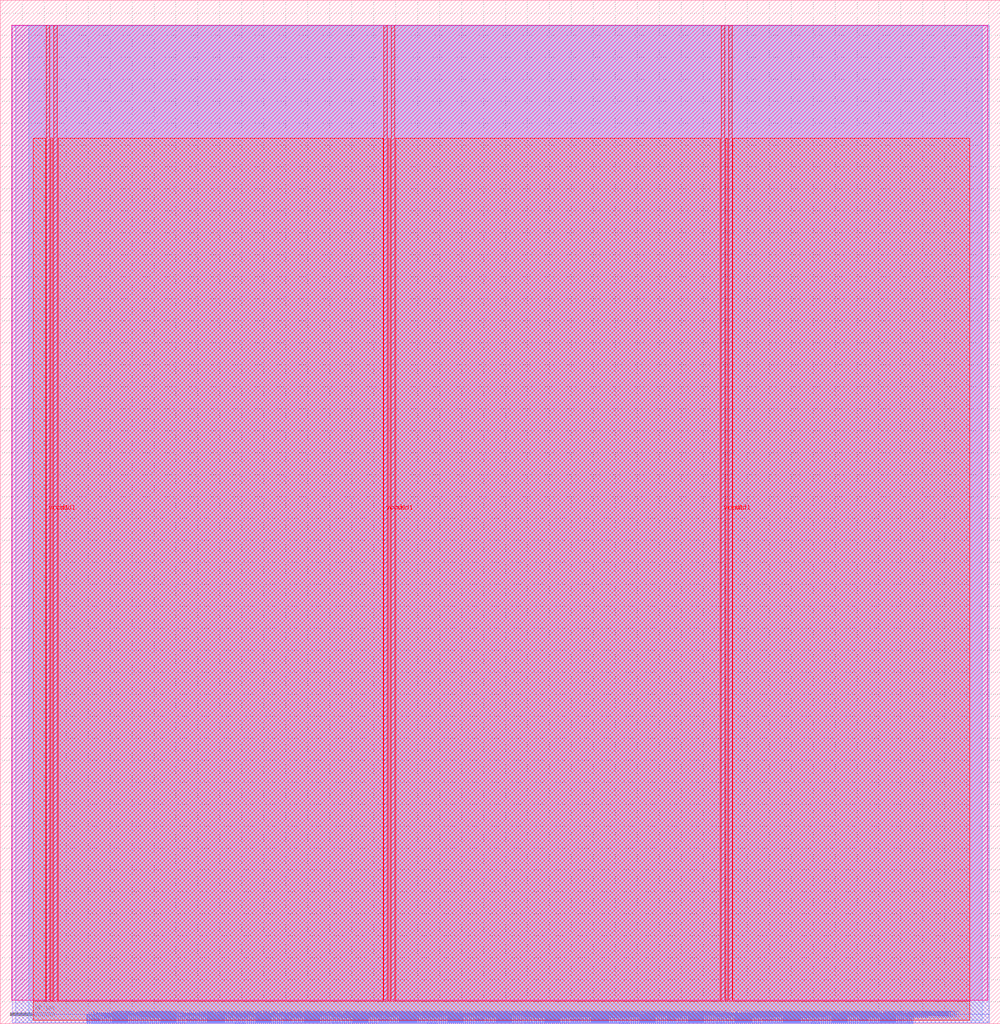
<source format=lef>
VERSION 5.7 ;
  NOWIREEXTENSIONATPIN ON ;
  DIVIDERCHAR "/" ;
  BUSBITCHARS "[]" ;
MACRO picorv32
  CLASS BLOCK ;
  FOREIGN picorv32 ;
  ORIGIN 0.000 0.000 ;
  SIZE 455.205 BY 465.925 ;
  PIN clk
    DIRECTION INPUT ;
    USE SIGNAL ;
    ANTENNAGATEAREA 0.860700 ;
    ANTENNADIFFAREA 0.434700 ;
    PORT
      LAYER met2 ;
        RECT 39.650 0.000 39.930 4.000 ;
    END
  END clk
  PIN eoi[0]
    DIRECTION OUTPUT ;
    USE SIGNAL ;
    PORT
      LAYER met2 ;
        RECT 291.730 0.000 292.010 4.000 ;
    END
  END eoi[0]
  PIN eoi[10]
    DIRECTION OUTPUT ;
    USE SIGNAL ;
    PORT
      LAYER met2 ;
        RECT 300.930 0.000 301.210 4.000 ;
    END
  END eoi[10]
  PIN eoi[11]
    DIRECTION OUTPUT ;
    USE SIGNAL ;
    PORT
      LAYER met2 ;
        RECT 301.850 0.000 302.130 4.000 ;
    END
  END eoi[11]
  PIN eoi[12]
    DIRECTION OUTPUT ;
    USE SIGNAL ;
    PORT
      LAYER met2 ;
        RECT 302.770 0.000 303.050 4.000 ;
    END
  END eoi[12]
  PIN eoi[13]
    DIRECTION OUTPUT ;
    USE SIGNAL ;
    PORT
      LAYER met2 ;
        RECT 303.690 0.000 303.970 4.000 ;
    END
  END eoi[13]
  PIN eoi[14]
    DIRECTION OUTPUT ;
    USE SIGNAL ;
    PORT
      LAYER met2 ;
        RECT 304.610 0.000 304.890 4.000 ;
    END
  END eoi[14]
  PIN eoi[15]
    DIRECTION OUTPUT ;
    USE SIGNAL ;
    PORT
      LAYER met2 ;
        RECT 305.530 0.000 305.810 4.000 ;
    END
  END eoi[15]
  PIN eoi[16]
    DIRECTION OUTPUT ;
    USE SIGNAL ;
    PORT
      LAYER met2 ;
        RECT 306.450 0.000 306.730 4.000 ;
    END
  END eoi[16]
  PIN eoi[17]
    DIRECTION OUTPUT ;
    USE SIGNAL ;
    PORT
      LAYER met2 ;
        RECT 307.370 0.000 307.650 4.000 ;
    END
  END eoi[17]
  PIN eoi[18]
    DIRECTION OUTPUT ;
    USE SIGNAL ;
    PORT
      LAYER met2 ;
        RECT 308.290 0.000 308.570 4.000 ;
    END
  END eoi[18]
  PIN eoi[19]
    DIRECTION OUTPUT ;
    USE SIGNAL ;
    PORT
      LAYER met2 ;
        RECT 309.210 0.000 309.490 4.000 ;
    END
  END eoi[19]
  PIN eoi[1]
    DIRECTION OUTPUT ;
    USE SIGNAL ;
    PORT
      LAYER met2 ;
        RECT 292.650 0.000 292.930 4.000 ;
    END
  END eoi[1]
  PIN eoi[20]
    DIRECTION OUTPUT ;
    USE SIGNAL ;
    PORT
      LAYER met2 ;
        RECT 310.130 0.000 310.410 4.000 ;
    END
  END eoi[20]
  PIN eoi[21]
    DIRECTION OUTPUT ;
    USE SIGNAL ;
    PORT
      LAYER met2 ;
        RECT 311.050 0.000 311.330 4.000 ;
    END
  END eoi[21]
  PIN eoi[22]
    DIRECTION OUTPUT ;
    USE SIGNAL ;
    PORT
      LAYER met2 ;
        RECT 311.970 0.000 312.250 4.000 ;
    END
  END eoi[22]
  PIN eoi[23]
    DIRECTION OUTPUT ;
    USE SIGNAL ;
    PORT
      LAYER met2 ;
        RECT 312.890 0.000 313.170 4.000 ;
    END
  END eoi[23]
  PIN eoi[24]
    DIRECTION OUTPUT ;
    USE SIGNAL ;
    PORT
      LAYER met2 ;
        RECT 313.810 0.000 314.090 4.000 ;
    END
  END eoi[24]
  PIN eoi[25]
    DIRECTION OUTPUT ;
    USE SIGNAL ;
    PORT
      LAYER met2 ;
        RECT 314.730 0.000 315.010 4.000 ;
    END
  END eoi[25]
  PIN eoi[26]
    DIRECTION OUTPUT ;
    USE SIGNAL ;
    PORT
      LAYER met2 ;
        RECT 315.650 0.000 315.930 4.000 ;
    END
  END eoi[26]
  PIN eoi[27]
    DIRECTION OUTPUT ;
    USE SIGNAL ;
    PORT
      LAYER met2 ;
        RECT 316.570 0.000 316.850 4.000 ;
    END
  END eoi[27]
  PIN eoi[28]
    DIRECTION OUTPUT ;
    USE SIGNAL ;
    PORT
      LAYER met2 ;
        RECT 317.490 0.000 317.770 4.000 ;
    END
  END eoi[28]
  PIN eoi[29]
    DIRECTION OUTPUT ;
    USE SIGNAL ;
    PORT
      LAYER met2 ;
        RECT 318.410 0.000 318.690 4.000 ;
    END
  END eoi[29]
  PIN eoi[2]
    DIRECTION OUTPUT ;
    USE SIGNAL ;
    PORT
      LAYER met2 ;
        RECT 293.570 0.000 293.850 4.000 ;
    END
  END eoi[2]
  PIN eoi[30]
    DIRECTION OUTPUT ;
    USE SIGNAL ;
    PORT
      LAYER met2 ;
        RECT 319.330 0.000 319.610 4.000 ;
    END
  END eoi[30]
  PIN eoi[31]
    DIRECTION OUTPUT ;
    USE SIGNAL ;
    PORT
      LAYER met2 ;
        RECT 320.250 0.000 320.530 4.000 ;
    END
  END eoi[31]
  PIN eoi[3]
    DIRECTION OUTPUT ;
    USE SIGNAL ;
    PORT
      LAYER met2 ;
        RECT 294.490 0.000 294.770 4.000 ;
    END
  END eoi[3]
  PIN eoi[4]
    DIRECTION OUTPUT ;
    USE SIGNAL ;
    PORT
      LAYER met2 ;
        RECT 295.410 0.000 295.690 4.000 ;
    END
  END eoi[4]
  PIN eoi[5]
    DIRECTION OUTPUT ;
    USE SIGNAL ;
    PORT
      LAYER met2 ;
        RECT 296.330 0.000 296.610 4.000 ;
    END
  END eoi[5]
  PIN eoi[6]
    DIRECTION OUTPUT ;
    USE SIGNAL ;
    PORT
      LAYER met2 ;
        RECT 297.250 0.000 297.530 4.000 ;
    END
  END eoi[6]
  PIN eoi[7]
    DIRECTION OUTPUT ;
    USE SIGNAL ;
    PORT
      LAYER met2 ;
        RECT 298.170 0.000 298.450 4.000 ;
    END
  END eoi[7]
  PIN eoi[8]
    DIRECTION OUTPUT ;
    USE SIGNAL ;
    PORT
      LAYER met2 ;
        RECT 299.090 0.000 299.370 4.000 ;
    END
  END eoi[8]
  PIN eoi[9]
    DIRECTION OUTPUT ;
    USE SIGNAL ;
    PORT
      LAYER met2 ;
        RECT 300.010 0.000 300.290 4.000 ;
    END
  END eoi[9]
  PIN irq[0]
    DIRECTION INPUT ;
    USE SIGNAL ;
    PORT
      LAYER met2 ;
        RECT 42.410 0.000 42.690 4.000 ;
    END
  END irq[0]
  PIN irq[10]
    DIRECTION INPUT ;
    USE SIGNAL ;
    PORT
      LAYER met2 ;
        RECT 51.610 0.000 51.890 4.000 ;
    END
  END irq[10]
  PIN irq[11]
    DIRECTION INPUT ;
    USE SIGNAL ;
    PORT
      LAYER met2 ;
        RECT 52.530 0.000 52.810 4.000 ;
    END
  END irq[11]
  PIN irq[12]
    DIRECTION INPUT ;
    USE SIGNAL ;
    PORT
      LAYER met2 ;
        RECT 53.450 0.000 53.730 4.000 ;
    END
  END irq[12]
  PIN irq[13]
    DIRECTION INPUT ;
    USE SIGNAL ;
    PORT
      LAYER met2 ;
        RECT 54.370 0.000 54.650 4.000 ;
    END
  END irq[13]
  PIN irq[14]
    DIRECTION INPUT ;
    USE SIGNAL ;
    PORT
      LAYER met2 ;
        RECT 55.290 0.000 55.570 4.000 ;
    END
  END irq[14]
  PIN irq[15]
    DIRECTION INPUT ;
    USE SIGNAL ;
    PORT
      LAYER met2 ;
        RECT 56.210 0.000 56.490 4.000 ;
    END
  END irq[15]
  PIN irq[16]
    DIRECTION INPUT ;
    USE SIGNAL ;
    PORT
      LAYER met2 ;
        RECT 57.130 0.000 57.410 4.000 ;
    END
  END irq[16]
  PIN irq[17]
    DIRECTION INPUT ;
    USE SIGNAL ;
    PORT
      LAYER met2 ;
        RECT 58.050 0.000 58.330 4.000 ;
    END
  END irq[17]
  PIN irq[18]
    DIRECTION INPUT ;
    USE SIGNAL ;
    PORT
      LAYER met2 ;
        RECT 58.970 0.000 59.250 4.000 ;
    END
  END irq[18]
  PIN irq[19]
    DIRECTION INPUT ;
    USE SIGNAL ;
    PORT
      LAYER met2 ;
        RECT 59.890 0.000 60.170 4.000 ;
    END
  END irq[19]
  PIN irq[1]
    DIRECTION INPUT ;
    USE SIGNAL ;
    PORT
      LAYER met2 ;
        RECT 43.330 0.000 43.610 4.000 ;
    END
  END irq[1]
  PIN irq[20]
    DIRECTION INPUT ;
    USE SIGNAL ;
    PORT
      LAYER met2 ;
        RECT 60.810 0.000 61.090 4.000 ;
    END
  END irq[20]
  PIN irq[21]
    DIRECTION INPUT ;
    USE SIGNAL ;
    PORT
      LAYER met2 ;
        RECT 61.730 0.000 62.010 4.000 ;
    END
  END irq[21]
  PIN irq[22]
    DIRECTION INPUT ;
    USE SIGNAL ;
    PORT
      LAYER met2 ;
        RECT 62.650 0.000 62.930 4.000 ;
    END
  END irq[22]
  PIN irq[23]
    DIRECTION INPUT ;
    USE SIGNAL ;
    PORT
      LAYER met2 ;
        RECT 63.570 0.000 63.850 4.000 ;
    END
  END irq[23]
  PIN irq[24]
    DIRECTION INPUT ;
    USE SIGNAL ;
    PORT
      LAYER met2 ;
        RECT 64.490 0.000 64.770 4.000 ;
    END
  END irq[24]
  PIN irq[25]
    DIRECTION INPUT ;
    USE SIGNAL ;
    PORT
      LAYER met2 ;
        RECT 65.410 0.000 65.690 4.000 ;
    END
  END irq[25]
  PIN irq[26]
    DIRECTION INPUT ;
    USE SIGNAL ;
    PORT
      LAYER met2 ;
        RECT 66.330 0.000 66.610 4.000 ;
    END
  END irq[26]
  PIN irq[27]
    DIRECTION INPUT ;
    USE SIGNAL ;
    PORT
      LAYER met2 ;
        RECT 67.250 0.000 67.530 4.000 ;
    END
  END irq[27]
  PIN irq[28]
    DIRECTION INPUT ;
    USE SIGNAL ;
    PORT
      LAYER met2 ;
        RECT 68.170 0.000 68.450 4.000 ;
    END
  END irq[28]
  PIN irq[29]
    DIRECTION INPUT ;
    USE SIGNAL ;
    PORT
      LAYER met2 ;
        RECT 69.090 0.000 69.370 4.000 ;
    END
  END irq[29]
  PIN irq[2]
    DIRECTION INPUT ;
    USE SIGNAL ;
    PORT
      LAYER met2 ;
        RECT 44.250 0.000 44.530 4.000 ;
    END
  END irq[2]
  PIN irq[30]
    DIRECTION INPUT ;
    USE SIGNAL ;
    PORT
      LAYER met2 ;
        RECT 70.010 0.000 70.290 4.000 ;
    END
  END irq[30]
  PIN irq[31]
    DIRECTION INPUT ;
    USE SIGNAL ;
    PORT
      LAYER met2 ;
        RECT 70.930 0.000 71.210 4.000 ;
    END
  END irq[31]
  PIN irq[3]
    DIRECTION INPUT ;
    USE SIGNAL ;
    PORT
      LAYER met2 ;
        RECT 45.170 0.000 45.450 4.000 ;
    END
  END irq[3]
  PIN irq[4]
    DIRECTION INPUT ;
    USE SIGNAL ;
    PORT
      LAYER met2 ;
        RECT 46.090 0.000 46.370 4.000 ;
    END
  END irq[4]
  PIN irq[5]
    DIRECTION INPUT ;
    USE SIGNAL ;
    PORT
      LAYER met2 ;
        RECT 47.010 0.000 47.290 4.000 ;
    END
  END irq[5]
  PIN irq[6]
    DIRECTION INPUT ;
    USE SIGNAL ;
    PORT
      LAYER met2 ;
        RECT 47.930 0.000 48.210 4.000 ;
    END
  END irq[6]
  PIN irq[7]
    DIRECTION INPUT ;
    USE SIGNAL ;
    PORT
      LAYER met2 ;
        RECT 48.850 0.000 49.130 4.000 ;
    END
  END irq[7]
  PIN irq[8]
    DIRECTION INPUT ;
    USE SIGNAL ;
    PORT
      LAYER met2 ;
        RECT 49.770 0.000 50.050 4.000 ;
    END
  END irq[8]
  PIN irq[9]
    DIRECTION INPUT ;
    USE SIGNAL ;
    PORT
      LAYER met2 ;
        RECT 50.690 0.000 50.970 4.000 ;
    END
  END irq[9]
  PIN mem_addr[0]
    DIRECTION OUTPUT ;
    USE SIGNAL ;
    PORT
      LAYER met2 ;
        RECT 353.370 0.000 353.650 4.000 ;
    END
  END mem_addr[0]
  PIN mem_addr[10]
    DIRECTION OUTPUT ;
    USE SIGNAL ;
    ANTENNADIFFAREA 2.673000 ;
    PORT
      LAYER met2 ;
        RECT 362.570 0.000 362.850 4.000 ;
    END
  END mem_addr[10]
  PIN mem_addr[11]
    DIRECTION OUTPUT ;
    USE SIGNAL ;
    ANTENNADIFFAREA 2.673000 ;
    PORT
      LAYER met2 ;
        RECT 363.490 0.000 363.770 4.000 ;
    END
  END mem_addr[11]
  PIN mem_addr[12]
    DIRECTION OUTPUT ;
    USE SIGNAL ;
    ANTENNADIFFAREA 2.673000 ;
    PORT
      LAYER met2 ;
        RECT 364.410 0.000 364.690 4.000 ;
    END
  END mem_addr[12]
  PIN mem_addr[13]
    DIRECTION OUTPUT ;
    USE SIGNAL ;
    ANTENNADIFFAREA 2.673000 ;
    PORT
      LAYER met2 ;
        RECT 365.330 0.000 365.610 4.000 ;
    END
  END mem_addr[13]
  PIN mem_addr[14]
    DIRECTION OUTPUT ;
    USE SIGNAL ;
    ANTENNADIFFAREA 2.673000 ;
    PORT
      LAYER met2 ;
        RECT 366.250 0.000 366.530 4.000 ;
    END
  END mem_addr[14]
  PIN mem_addr[15]
    DIRECTION OUTPUT ;
    USE SIGNAL ;
    ANTENNADIFFAREA 2.673000 ;
    PORT
      LAYER met2 ;
        RECT 367.170 0.000 367.450 4.000 ;
    END
  END mem_addr[15]
  PIN mem_addr[16]
    DIRECTION OUTPUT ;
    USE SIGNAL ;
    ANTENNADIFFAREA 2.673000 ;
    PORT
      LAYER met2 ;
        RECT 368.090 0.000 368.370 4.000 ;
    END
  END mem_addr[16]
  PIN mem_addr[17]
    DIRECTION OUTPUT ;
    USE SIGNAL ;
    ANTENNADIFFAREA 2.673000 ;
    PORT
      LAYER met2 ;
        RECT 369.010 0.000 369.290 4.000 ;
    END
  END mem_addr[17]
  PIN mem_addr[18]
    DIRECTION OUTPUT ;
    USE SIGNAL ;
    ANTENNADIFFAREA 2.673000 ;
    PORT
      LAYER met2 ;
        RECT 369.930 0.000 370.210 4.000 ;
    END
  END mem_addr[18]
  PIN mem_addr[19]
    DIRECTION OUTPUT ;
    USE SIGNAL ;
    ANTENNADIFFAREA 2.673000 ;
    PORT
      LAYER met2 ;
        RECT 370.850 0.000 371.130 4.000 ;
    END
  END mem_addr[19]
  PIN mem_addr[1]
    DIRECTION OUTPUT ;
    USE SIGNAL ;
    PORT
      LAYER met2 ;
        RECT 354.290 0.000 354.570 4.000 ;
    END
  END mem_addr[1]
  PIN mem_addr[20]
    DIRECTION OUTPUT ;
    USE SIGNAL ;
    ANTENNADIFFAREA 2.673000 ;
    PORT
      LAYER met2 ;
        RECT 371.770 0.000 372.050 4.000 ;
    END
  END mem_addr[20]
  PIN mem_addr[21]
    DIRECTION OUTPUT ;
    USE SIGNAL ;
    ANTENNADIFFAREA 2.673000 ;
    PORT
      LAYER met2 ;
        RECT 372.690 0.000 372.970 4.000 ;
    END
  END mem_addr[21]
  PIN mem_addr[22]
    DIRECTION OUTPUT ;
    USE SIGNAL ;
    ANTENNADIFFAREA 2.673000 ;
    PORT
      LAYER met2 ;
        RECT 373.610 0.000 373.890 4.000 ;
    END
  END mem_addr[22]
  PIN mem_addr[23]
    DIRECTION OUTPUT ;
    USE SIGNAL ;
    ANTENNADIFFAREA 2.673000 ;
    PORT
      LAYER met2 ;
        RECT 374.530 0.000 374.810 4.000 ;
    END
  END mem_addr[23]
  PIN mem_addr[24]
    DIRECTION OUTPUT ;
    USE SIGNAL ;
    ANTENNADIFFAREA 2.673000 ;
    PORT
      LAYER met2 ;
        RECT 375.450 0.000 375.730 4.000 ;
    END
  END mem_addr[24]
  PIN mem_addr[25]
    DIRECTION OUTPUT ;
    USE SIGNAL ;
    ANTENNADIFFAREA 2.673000 ;
    PORT
      LAYER met2 ;
        RECT 376.370 0.000 376.650 4.000 ;
    END
  END mem_addr[25]
  PIN mem_addr[26]
    DIRECTION OUTPUT ;
    USE SIGNAL ;
    ANTENNADIFFAREA 2.673000 ;
    PORT
      LAYER met2 ;
        RECT 377.290 0.000 377.570 4.000 ;
    END
  END mem_addr[26]
  PIN mem_addr[27]
    DIRECTION OUTPUT ;
    USE SIGNAL ;
    ANTENNADIFFAREA 2.673000 ;
    PORT
      LAYER met2 ;
        RECT 378.210 0.000 378.490 4.000 ;
    END
  END mem_addr[27]
  PIN mem_addr[28]
    DIRECTION OUTPUT ;
    USE SIGNAL ;
    ANTENNADIFFAREA 2.673000 ;
    PORT
      LAYER met2 ;
        RECT 379.130 0.000 379.410 4.000 ;
    END
  END mem_addr[28]
  PIN mem_addr[29]
    DIRECTION OUTPUT ;
    USE SIGNAL ;
    ANTENNADIFFAREA 2.673000 ;
    PORT
      LAYER met2 ;
        RECT 380.050 0.000 380.330 4.000 ;
    END
  END mem_addr[29]
  PIN mem_addr[2]
    DIRECTION OUTPUT ;
    USE SIGNAL ;
    ANTENNADIFFAREA 2.673000 ;
    PORT
      LAYER met2 ;
        RECT 355.210 0.000 355.490 4.000 ;
    END
  END mem_addr[2]
  PIN mem_addr[30]
    DIRECTION OUTPUT ;
    USE SIGNAL ;
    ANTENNADIFFAREA 2.673000 ;
    PORT
      LAYER met2 ;
        RECT 380.970 0.000 381.250 4.000 ;
    END
  END mem_addr[30]
  PIN mem_addr[31]
    DIRECTION OUTPUT ;
    USE SIGNAL ;
    ANTENNADIFFAREA 2.673000 ;
    PORT
      LAYER met2 ;
        RECT 381.890 0.000 382.170 4.000 ;
    END
  END mem_addr[31]
  PIN mem_addr[3]
    DIRECTION OUTPUT ;
    USE SIGNAL ;
    ANTENNADIFFAREA 2.673000 ;
    PORT
      LAYER met2 ;
        RECT 356.130 0.000 356.410 4.000 ;
    END
  END mem_addr[3]
  PIN mem_addr[4]
    DIRECTION OUTPUT ;
    USE SIGNAL ;
    ANTENNADIFFAREA 2.673000 ;
    PORT
      LAYER met2 ;
        RECT 357.050 0.000 357.330 4.000 ;
    END
  END mem_addr[4]
  PIN mem_addr[5]
    DIRECTION OUTPUT ;
    USE SIGNAL ;
    ANTENNADIFFAREA 2.673000 ;
    PORT
      LAYER met2 ;
        RECT 357.970 0.000 358.250 4.000 ;
    END
  END mem_addr[5]
  PIN mem_addr[6]
    DIRECTION OUTPUT ;
    USE SIGNAL ;
    ANTENNADIFFAREA 2.673000 ;
    PORT
      LAYER met2 ;
        RECT 358.890 0.000 359.170 4.000 ;
    END
  END mem_addr[6]
  PIN mem_addr[7]
    DIRECTION OUTPUT ;
    USE SIGNAL ;
    ANTENNADIFFAREA 2.673000 ;
    PORT
      LAYER met2 ;
        RECT 359.810 0.000 360.090 4.000 ;
    END
  END mem_addr[7]
  PIN mem_addr[8]
    DIRECTION OUTPUT ;
    USE SIGNAL ;
    ANTENNADIFFAREA 2.673000 ;
    PORT
      LAYER met2 ;
        RECT 360.730 0.000 361.010 4.000 ;
    END
  END mem_addr[8]
  PIN mem_addr[9]
    DIRECTION OUTPUT ;
    USE SIGNAL ;
    ANTENNADIFFAREA 2.673000 ;
    PORT
      LAYER met2 ;
        RECT 361.650 0.000 361.930 4.000 ;
    END
  END mem_addr[9]
  PIN mem_instr
    DIRECTION OUTPUT ;
    USE SIGNAL ;
    ANTENNADIFFAREA 2.673000 ;
    PORT
      LAYER met2 ;
        RECT 321.170 0.000 321.450 4.000 ;
    END
  END mem_instr
  PIN mem_la_addr[0]
    DIRECTION OUTPUT ;
    USE SIGNAL ;
    PORT
      LAYER met2 ;
        RECT 195.130 0.000 195.410 4.000 ;
    END
  END mem_la_addr[0]
  PIN mem_la_addr[10]
    DIRECTION OUTPUT ;
    USE SIGNAL ;
    ANTENNADIFFAREA 2.673000 ;
    PORT
      LAYER met2 ;
        RECT 217.210 0.000 217.490 4.000 ;
    END
  END mem_la_addr[10]
  PIN mem_la_addr[11]
    DIRECTION OUTPUT ;
    USE SIGNAL ;
    ANTENNADIFFAREA 2.673000 ;
    PORT
      LAYER met2 ;
        RECT 219.050 0.000 219.330 4.000 ;
    END
  END mem_la_addr[11]
  PIN mem_la_addr[12]
    DIRECTION OUTPUT ;
    USE SIGNAL ;
    ANTENNADIFFAREA 2.673000 ;
    PORT
      LAYER met2 ;
        RECT 220.890 0.000 221.170 4.000 ;
    END
  END mem_la_addr[12]
  PIN mem_la_addr[13]
    DIRECTION OUTPUT ;
    USE SIGNAL ;
    ANTENNADIFFAREA 2.673000 ;
    PORT
      LAYER met2 ;
        RECT 222.730 0.000 223.010 4.000 ;
    END
  END mem_la_addr[13]
  PIN mem_la_addr[14]
    DIRECTION OUTPUT ;
    USE SIGNAL ;
    ANTENNADIFFAREA 2.673000 ;
    PORT
      LAYER met2 ;
        RECT 224.570 0.000 224.850 4.000 ;
    END
  END mem_la_addr[14]
  PIN mem_la_addr[15]
    DIRECTION OUTPUT ;
    USE SIGNAL ;
    ANTENNADIFFAREA 2.673000 ;
    PORT
      LAYER met2 ;
        RECT 226.410 0.000 226.690 4.000 ;
    END
  END mem_la_addr[15]
  PIN mem_la_addr[16]
    DIRECTION OUTPUT ;
    USE SIGNAL ;
    ANTENNADIFFAREA 2.673000 ;
    PORT
      LAYER met2 ;
        RECT 228.250 0.000 228.530 4.000 ;
    END
  END mem_la_addr[16]
  PIN mem_la_addr[17]
    DIRECTION OUTPUT ;
    USE SIGNAL ;
    ANTENNADIFFAREA 2.673000 ;
    PORT
      LAYER met2 ;
        RECT 230.090 0.000 230.370 4.000 ;
    END
  END mem_la_addr[17]
  PIN mem_la_addr[18]
    DIRECTION OUTPUT ;
    USE SIGNAL ;
    ANTENNADIFFAREA 2.673000 ;
    PORT
      LAYER met2 ;
        RECT 231.930 0.000 232.210 4.000 ;
    END
  END mem_la_addr[18]
  PIN mem_la_addr[19]
    DIRECTION OUTPUT ;
    USE SIGNAL ;
    ANTENNADIFFAREA 2.673000 ;
    PORT
      LAYER met2 ;
        RECT 233.770 0.000 234.050 4.000 ;
    END
  END mem_la_addr[19]
  PIN mem_la_addr[1]
    DIRECTION OUTPUT ;
    USE SIGNAL ;
    PORT
      LAYER met2 ;
        RECT 197.890 0.000 198.170 4.000 ;
    END
  END mem_la_addr[1]
  PIN mem_la_addr[20]
    DIRECTION OUTPUT ;
    USE SIGNAL ;
    ANTENNADIFFAREA 2.673000 ;
    PORT
      LAYER met2 ;
        RECT 235.610 0.000 235.890 4.000 ;
    END
  END mem_la_addr[20]
  PIN mem_la_addr[21]
    DIRECTION OUTPUT ;
    USE SIGNAL ;
    ANTENNADIFFAREA 2.673000 ;
    PORT
      LAYER met2 ;
        RECT 237.450 0.000 237.730 4.000 ;
    END
  END mem_la_addr[21]
  PIN mem_la_addr[22]
    DIRECTION OUTPUT ;
    USE SIGNAL ;
    ANTENNADIFFAREA 2.673000 ;
    PORT
      LAYER met2 ;
        RECT 239.290 0.000 239.570 4.000 ;
    END
  END mem_la_addr[22]
  PIN mem_la_addr[23]
    DIRECTION OUTPUT ;
    USE SIGNAL ;
    ANTENNADIFFAREA 2.673000 ;
    PORT
      LAYER met2 ;
        RECT 241.130 0.000 241.410 4.000 ;
    END
  END mem_la_addr[23]
  PIN mem_la_addr[24]
    DIRECTION OUTPUT ;
    USE SIGNAL ;
    ANTENNADIFFAREA 2.673000 ;
    PORT
      LAYER met2 ;
        RECT 242.970 0.000 243.250 4.000 ;
    END
  END mem_la_addr[24]
  PIN mem_la_addr[25]
    DIRECTION OUTPUT ;
    USE SIGNAL ;
    ANTENNADIFFAREA 2.673000 ;
    PORT
      LAYER met2 ;
        RECT 244.810 0.000 245.090 4.000 ;
    END
  END mem_la_addr[25]
  PIN mem_la_addr[26]
    DIRECTION OUTPUT ;
    USE SIGNAL ;
    ANTENNADIFFAREA 2.673000 ;
    PORT
      LAYER met2 ;
        RECT 246.650 0.000 246.930 4.000 ;
    END
  END mem_la_addr[26]
  PIN mem_la_addr[27]
    DIRECTION OUTPUT ;
    USE SIGNAL ;
    ANTENNADIFFAREA 2.673000 ;
    PORT
      LAYER met2 ;
        RECT 248.490 0.000 248.770 4.000 ;
    END
  END mem_la_addr[27]
  PIN mem_la_addr[28]
    DIRECTION OUTPUT ;
    USE SIGNAL ;
    ANTENNADIFFAREA 2.673000 ;
    PORT
      LAYER met2 ;
        RECT 250.330 0.000 250.610 4.000 ;
    END
  END mem_la_addr[28]
  PIN mem_la_addr[29]
    DIRECTION OUTPUT ;
    USE SIGNAL ;
    ANTENNADIFFAREA 2.673000 ;
    PORT
      LAYER met2 ;
        RECT 252.170 0.000 252.450 4.000 ;
    END
  END mem_la_addr[29]
  PIN mem_la_addr[2]
    DIRECTION OUTPUT ;
    USE SIGNAL ;
    ANTENNADIFFAREA 2.673000 ;
    PORT
      LAYER met2 ;
        RECT 200.650 0.000 200.930 4.000 ;
    END
  END mem_la_addr[2]
  PIN mem_la_addr[30]
    DIRECTION OUTPUT ;
    USE SIGNAL ;
    ANTENNADIFFAREA 2.673000 ;
    PORT
      LAYER met2 ;
        RECT 254.010 0.000 254.290 4.000 ;
    END
  END mem_la_addr[30]
  PIN mem_la_addr[31]
    DIRECTION OUTPUT ;
    USE SIGNAL ;
    ANTENNADIFFAREA 2.673000 ;
    PORT
      LAYER met2 ;
        RECT 255.850 0.000 256.130 4.000 ;
    END
  END mem_la_addr[31]
  PIN mem_la_addr[3]
    DIRECTION OUTPUT ;
    USE SIGNAL ;
    ANTENNADIFFAREA 2.673000 ;
    PORT
      LAYER met2 ;
        RECT 203.410 0.000 203.690 4.000 ;
    END
  END mem_la_addr[3]
  PIN mem_la_addr[4]
    DIRECTION OUTPUT ;
    USE SIGNAL ;
    ANTENNADIFFAREA 2.673000 ;
    PORT
      LAYER met2 ;
        RECT 206.170 0.000 206.450 4.000 ;
    END
  END mem_la_addr[4]
  PIN mem_la_addr[5]
    DIRECTION OUTPUT ;
    USE SIGNAL ;
    ANTENNADIFFAREA 2.673000 ;
    PORT
      LAYER met2 ;
        RECT 208.010 0.000 208.290 4.000 ;
    END
  END mem_la_addr[5]
  PIN mem_la_addr[6]
    DIRECTION OUTPUT ;
    USE SIGNAL ;
    ANTENNADIFFAREA 2.673000 ;
    PORT
      LAYER met2 ;
        RECT 209.850 0.000 210.130 4.000 ;
    END
  END mem_la_addr[6]
  PIN mem_la_addr[7]
    DIRECTION OUTPUT ;
    USE SIGNAL ;
    ANTENNADIFFAREA 2.673000 ;
    PORT
      LAYER met2 ;
        RECT 211.690 0.000 211.970 4.000 ;
    END
  END mem_la_addr[7]
  PIN mem_la_addr[8]
    DIRECTION OUTPUT ;
    USE SIGNAL ;
    ANTENNADIFFAREA 2.673000 ;
    PORT
      LAYER met2 ;
        RECT 213.530 0.000 213.810 4.000 ;
    END
  END mem_la_addr[8]
  PIN mem_la_addr[9]
    DIRECTION OUTPUT ;
    USE SIGNAL ;
    ANTENNADIFFAREA 2.673000 ;
    PORT
      LAYER met2 ;
        RECT 215.370 0.000 215.650 4.000 ;
    END
  END mem_la_addr[9]
  PIN mem_la_read
    DIRECTION OUTPUT ;
    USE SIGNAL ;
    ANTENNADIFFAREA 2.673000 ;
    PORT
      LAYER met2 ;
        RECT 193.290 0.000 193.570 4.000 ;
    END
  END mem_la_read
  PIN mem_la_wdata[0]
    DIRECTION OUTPUT ;
    USE SIGNAL ;
    ANTENNADIFFAREA 2.673000 ;
    PORT
      LAYER met2 ;
        RECT 196.050 0.000 196.330 4.000 ;
    END
  END mem_la_wdata[0]
  PIN mem_la_wdata[10]
    DIRECTION OUTPUT ;
    USE SIGNAL ;
    ANTENNADIFFAREA 2.673000 ;
    PORT
      LAYER met2 ;
        RECT 218.130 0.000 218.410 4.000 ;
    END
  END mem_la_wdata[10]
  PIN mem_la_wdata[11]
    DIRECTION OUTPUT ;
    USE SIGNAL ;
    ANTENNADIFFAREA 2.673000 ;
    PORT
      LAYER met2 ;
        RECT 219.970 0.000 220.250 4.000 ;
    END
  END mem_la_wdata[11]
  PIN mem_la_wdata[12]
    DIRECTION OUTPUT ;
    USE SIGNAL ;
    ANTENNADIFFAREA 2.673000 ;
    PORT
      LAYER met2 ;
        RECT 221.810 0.000 222.090 4.000 ;
    END
  END mem_la_wdata[12]
  PIN mem_la_wdata[13]
    DIRECTION OUTPUT ;
    USE SIGNAL ;
    ANTENNADIFFAREA 2.673000 ;
    PORT
      LAYER met2 ;
        RECT 223.650 0.000 223.930 4.000 ;
    END
  END mem_la_wdata[13]
  PIN mem_la_wdata[14]
    DIRECTION OUTPUT ;
    USE SIGNAL ;
    ANTENNADIFFAREA 2.673000 ;
    PORT
      LAYER met2 ;
        RECT 225.490 0.000 225.770 4.000 ;
    END
  END mem_la_wdata[14]
  PIN mem_la_wdata[15]
    DIRECTION OUTPUT ;
    USE SIGNAL ;
    ANTENNADIFFAREA 2.673000 ;
    PORT
      LAYER met2 ;
        RECT 227.330 0.000 227.610 4.000 ;
    END
  END mem_la_wdata[15]
  PIN mem_la_wdata[16]
    DIRECTION OUTPUT ;
    USE SIGNAL ;
    ANTENNADIFFAREA 2.673000 ;
    PORT
      LAYER met2 ;
        RECT 229.170 0.000 229.450 4.000 ;
    END
  END mem_la_wdata[16]
  PIN mem_la_wdata[17]
    DIRECTION OUTPUT ;
    USE SIGNAL ;
    ANTENNADIFFAREA 2.673000 ;
    PORT
      LAYER met2 ;
        RECT 231.010 0.000 231.290 4.000 ;
    END
  END mem_la_wdata[17]
  PIN mem_la_wdata[18]
    DIRECTION OUTPUT ;
    USE SIGNAL ;
    ANTENNADIFFAREA 2.673000 ;
    PORT
      LAYER met2 ;
        RECT 232.850 0.000 233.130 4.000 ;
    END
  END mem_la_wdata[18]
  PIN mem_la_wdata[19]
    DIRECTION OUTPUT ;
    USE SIGNAL ;
    ANTENNADIFFAREA 2.673000 ;
    PORT
      LAYER met2 ;
        RECT 234.690 0.000 234.970 4.000 ;
    END
  END mem_la_wdata[19]
  PIN mem_la_wdata[1]
    DIRECTION OUTPUT ;
    USE SIGNAL ;
    ANTENNADIFFAREA 2.673000 ;
    PORT
      LAYER met2 ;
        RECT 198.810 0.000 199.090 4.000 ;
    END
  END mem_la_wdata[1]
  PIN mem_la_wdata[20]
    DIRECTION OUTPUT ;
    USE SIGNAL ;
    ANTENNADIFFAREA 2.673000 ;
    PORT
      LAYER met2 ;
        RECT 236.530 0.000 236.810 4.000 ;
    END
  END mem_la_wdata[20]
  PIN mem_la_wdata[21]
    DIRECTION OUTPUT ;
    USE SIGNAL ;
    ANTENNADIFFAREA 2.673000 ;
    PORT
      LAYER met2 ;
        RECT 238.370 0.000 238.650 4.000 ;
    END
  END mem_la_wdata[21]
  PIN mem_la_wdata[22]
    DIRECTION OUTPUT ;
    USE SIGNAL ;
    ANTENNADIFFAREA 2.673000 ;
    PORT
      LAYER met2 ;
        RECT 240.210 0.000 240.490 4.000 ;
    END
  END mem_la_wdata[22]
  PIN mem_la_wdata[23]
    DIRECTION OUTPUT ;
    USE SIGNAL ;
    ANTENNADIFFAREA 2.673000 ;
    PORT
      LAYER met2 ;
        RECT 242.050 0.000 242.330 4.000 ;
    END
  END mem_la_wdata[23]
  PIN mem_la_wdata[24]
    DIRECTION OUTPUT ;
    USE SIGNAL ;
    ANTENNADIFFAREA 2.673000 ;
    PORT
      LAYER met2 ;
        RECT 243.890 0.000 244.170 4.000 ;
    END
  END mem_la_wdata[24]
  PIN mem_la_wdata[25]
    DIRECTION OUTPUT ;
    USE SIGNAL ;
    ANTENNADIFFAREA 2.673000 ;
    PORT
      LAYER met2 ;
        RECT 245.730 0.000 246.010 4.000 ;
    END
  END mem_la_wdata[25]
  PIN mem_la_wdata[26]
    DIRECTION OUTPUT ;
    USE SIGNAL ;
    ANTENNADIFFAREA 2.673000 ;
    PORT
      LAYER met2 ;
        RECT 247.570 0.000 247.850 4.000 ;
    END
  END mem_la_wdata[26]
  PIN mem_la_wdata[27]
    DIRECTION OUTPUT ;
    USE SIGNAL ;
    ANTENNADIFFAREA 2.673000 ;
    PORT
      LAYER met2 ;
        RECT 249.410 0.000 249.690 4.000 ;
    END
  END mem_la_wdata[27]
  PIN mem_la_wdata[28]
    DIRECTION OUTPUT ;
    USE SIGNAL ;
    ANTENNADIFFAREA 2.673000 ;
    PORT
      LAYER met2 ;
        RECT 251.250 0.000 251.530 4.000 ;
    END
  END mem_la_wdata[28]
  PIN mem_la_wdata[29]
    DIRECTION OUTPUT ;
    USE SIGNAL ;
    ANTENNADIFFAREA 2.673000 ;
    PORT
      LAYER met2 ;
        RECT 253.090 0.000 253.370 4.000 ;
    END
  END mem_la_wdata[29]
  PIN mem_la_wdata[2]
    DIRECTION OUTPUT ;
    USE SIGNAL ;
    ANTENNADIFFAREA 2.673000 ;
    PORT
      LAYER met2 ;
        RECT 201.570 0.000 201.850 4.000 ;
    END
  END mem_la_wdata[2]
  PIN mem_la_wdata[30]
    DIRECTION OUTPUT ;
    USE SIGNAL ;
    ANTENNADIFFAREA 2.673000 ;
    PORT
      LAYER met2 ;
        RECT 254.930 0.000 255.210 4.000 ;
    END
  END mem_la_wdata[30]
  PIN mem_la_wdata[31]
    DIRECTION OUTPUT ;
    USE SIGNAL ;
    ANTENNADIFFAREA 2.673000 ;
    PORT
      LAYER met2 ;
        RECT 256.770 0.000 257.050 4.000 ;
    END
  END mem_la_wdata[31]
  PIN mem_la_wdata[3]
    DIRECTION OUTPUT ;
    USE SIGNAL ;
    ANTENNADIFFAREA 2.673000 ;
    PORT
      LAYER met2 ;
        RECT 204.330 0.000 204.610 4.000 ;
    END
  END mem_la_wdata[3]
  PIN mem_la_wdata[4]
    DIRECTION OUTPUT ;
    USE SIGNAL ;
    ANTENNADIFFAREA 2.673000 ;
    PORT
      LAYER met2 ;
        RECT 207.090 0.000 207.370 4.000 ;
    END
  END mem_la_wdata[4]
  PIN mem_la_wdata[5]
    DIRECTION OUTPUT ;
    USE SIGNAL ;
    ANTENNADIFFAREA 2.673000 ;
    PORT
      LAYER met2 ;
        RECT 208.930 0.000 209.210 4.000 ;
    END
  END mem_la_wdata[5]
  PIN mem_la_wdata[6]
    DIRECTION OUTPUT ;
    USE SIGNAL ;
    ANTENNADIFFAREA 2.673000 ;
    PORT
      LAYER met2 ;
        RECT 210.770 0.000 211.050 4.000 ;
    END
  END mem_la_wdata[6]
  PIN mem_la_wdata[7]
    DIRECTION OUTPUT ;
    USE SIGNAL ;
    ANTENNADIFFAREA 2.673000 ;
    PORT
      LAYER met2 ;
        RECT 212.610 0.000 212.890 4.000 ;
    END
  END mem_la_wdata[7]
  PIN mem_la_wdata[8]
    DIRECTION OUTPUT ;
    USE SIGNAL ;
    ANTENNADIFFAREA 2.673000 ;
    PORT
      LAYER met2 ;
        RECT 214.450 0.000 214.730 4.000 ;
    END
  END mem_la_wdata[8]
  PIN mem_la_wdata[9]
    DIRECTION OUTPUT ;
    USE SIGNAL ;
    ANTENNADIFFAREA 2.673000 ;
    PORT
      LAYER met2 ;
        RECT 216.290 0.000 216.570 4.000 ;
    END
  END mem_la_wdata[9]
  PIN mem_la_write
    DIRECTION OUTPUT ;
    USE SIGNAL ;
    ANTENNADIFFAREA 2.673000 ;
    PORT
      LAYER met2 ;
        RECT 194.210 0.000 194.490 4.000 ;
    END
  END mem_la_write
  PIN mem_la_wstrb[0]
    DIRECTION OUTPUT ;
    USE SIGNAL ;
    ANTENNADIFFAREA 2.673000 ;
    PORT
      LAYER met2 ;
        RECT 196.970 0.000 197.250 4.000 ;
    END
  END mem_la_wstrb[0]
  PIN mem_la_wstrb[1]
    DIRECTION OUTPUT ;
    USE SIGNAL ;
    ANTENNADIFFAREA 2.673000 ;
    PORT
      LAYER met2 ;
        RECT 199.730 0.000 200.010 4.000 ;
    END
  END mem_la_wstrb[1]
  PIN mem_la_wstrb[2]
    DIRECTION OUTPUT ;
    USE SIGNAL ;
    ANTENNADIFFAREA 2.673000 ;
    PORT
      LAYER met2 ;
        RECT 202.490 0.000 202.770 4.000 ;
    END
  END mem_la_wstrb[2]
  PIN mem_la_wstrb[3]
    DIRECTION OUTPUT ;
    USE SIGNAL ;
    ANTENNADIFFAREA 2.673000 ;
    PORT
      LAYER met2 ;
        RECT 205.250 0.000 205.530 4.000 ;
    END
  END mem_la_wstrb[3]
  PIN mem_rdata[0]
    DIRECTION INPUT ;
    USE SIGNAL ;
    ANTENNAGATEAREA 0.631200 ;
    ANTENNADIFFAREA 0.434700 ;
    PORT
      LAYER met2 ;
        RECT 323.930 0.000 324.210 4.000 ;
    END
  END mem_rdata[0]
  PIN mem_rdata[10]
    DIRECTION INPUT ;
    USE SIGNAL ;
    ANTENNAGATEAREA 0.647700 ;
    ANTENNADIFFAREA 0.434700 ;
    PORT
      LAYER met2 ;
        RECT 333.130 0.000 333.410 4.000 ;
    END
  END mem_rdata[10]
  PIN mem_rdata[11]
    DIRECTION INPUT ;
    USE SIGNAL ;
    ANTENNAGATEAREA 0.647700 ;
    ANTENNADIFFAREA 0.434700 ;
    PORT
      LAYER met2 ;
        RECT 334.050 0.000 334.330 4.000 ;
    END
  END mem_rdata[11]
  PIN mem_rdata[12]
    DIRECTION INPUT ;
    USE SIGNAL ;
    ANTENNAGATEAREA 0.560700 ;
    ANTENNADIFFAREA 0.434700 ;
    PORT
      LAYER met2 ;
        RECT 334.970 0.000 335.250 4.000 ;
    END
  END mem_rdata[12]
  PIN mem_rdata[13]
    DIRECTION INPUT ;
    USE SIGNAL ;
    ANTENNAGATEAREA 0.560700 ;
    ANTENNADIFFAREA 0.434700 ;
    PORT
      LAYER met2 ;
        RECT 335.890 0.000 336.170 4.000 ;
    END
  END mem_rdata[13]
  PIN mem_rdata[14]
    DIRECTION INPUT ;
    USE SIGNAL ;
    ANTENNAGATEAREA 0.560700 ;
    ANTENNADIFFAREA 0.434700 ;
    PORT
      LAYER met2 ;
        RECT 336.810 0.000 337.090 4.000 ;
    END
  END mem_rdata[14]
  PIN mem_rdata[15]
    DIRECTION INPUT ;
    USE SIGNAL ;
    ANTENNAGATEAREA 0.647700 ;
    ANTENNADIFFAREA 0.434700 ;
    PORT
      LAYER met2 ;
        RECT 337.730 0.000 338.010 4.000 ;
    END
  END mem_rdata[15]
  PIN mem_rdata[16]
    DIRECTION INPUT ;
    USE SIGNAL ;
    ANTENNAGATEAREA 0.647700 ;
    ANTENNADIFFAREA 0.434700 ;
    PORT
      LAYER met2 ;
        RECT 338.650 0.000 338.930 4.000 ;
    END
  END mem_rdata[16]
  PIN mem_rdata[17]
    DIRECTION INPUT ;
    USE SIGNAL ;
    ANTENNAGATEAREA 0.647700 ;
    ANTENNADIFFAREA 0.434700 ;
    PORT
      LAYER met2 ;
        RECT 339.570 0.000 339.850 4.000 ;
    END
  END mem_rdata[17]
  PIN mem_rdata[18]
    DIRECTION INPUT ;
    USE SIGNAL ;
    ANTENNAGATEAREA 0.593700 ;
    ANTENNADIFFAREA 0.434700 ;
    PORT
      LAYER met2 ;
        RECT 340.490 0.000 340.770 4.000 ;
    END
  END mem_rdata[18]
  PIN mem_rdata[19]
    DIRECTION INPUT ;
    USE SIGNAL ;
    ANTENNAGATEAREA 0.593700 ;
    ANTENNADIFFAREA 0.434700 ;
    PORT
      LAYER met2 ;
        RECT 341.410 0.000 341.690 4.000 ;
    END
  END mem_rdata[19]
  PIN mem_rdata[1]
    DIRECTION INPUT ;
    USE SIGNAL ;
    ANTENNAGATEAREA 0.631200 ;
    ANTENNADIFFAREA 0.434700 ;
    PORT
      LAYER met2 ;
        RECT 324.850 0.000 325.130 4.000 ;
    END
  END mem_rdata[1]
  PIN mem_rdata[20]
    DIRECTION INPUT ;
    USE SIGNAL ;
    ANTENNAGATEAREA 0.593700 ;
    ANTENNADIFFAREA 0.434700 ;
    PORT
      LAYER met2 ;
        RECT 342.330 0.000 342.610 4.000 ;
    END
  END mem_rdata[20]
  PIN mem_rdata[21]
    DIRECTION INPUT ;
    USE SIGNAL ;
    ANTENNAGATEAREA 0.593700 ;
    ANTENNADIFFAREA 0.434700 ;
    PORT
      LAYER met2 ;
        RECT 343.250 0.000 343.530 4.000 ;
    END
  END mem_rdata[21]
  PIN mem_rdata[22]
    DIRECTION INPUT ;
    USE SIGNAL ;
    ANTENNAGATEAREA 0.593700 ;
    ANTENNADIFFAREA 0.434700 ;
    PORT
      LAYER met2 ;
        RECT 344.170 0.000 344.450 4.000 ;
    END
  END mem_rdata[22]
  PIN mem_rdata[23]
    DIRECTION INPUT ;
    USE SIGNAL ;
    ANTENNAGATEAREA 0.593700 ;
    ANTENNADIFFAREA 0.434700 ;
    PORT
      LAYER met2 ;
        RECT 345.090 0.000 345.370 4.000 ;
    END
  END mem_rdata[23]
  PIN mem_rdata[24]
    DIRECTION INPUT ;
    USE SIGNAL ;
    ANTENNAGATEAREA 0.593700 ;
    ANTENNADIFFAREA 0.434700 ;
    PORT
      LAYER met2 ;
        RECT 346.010 0.000 346.290 4.000 ;
    END
  END mem_rdata[24]
  PIN mem_rdata[25]
    DIRECTION INPUT ;
    USE SIGNAL ;
    ANTENNAGATEAREA 0.593700 ;
    ANTENNADIFFAREA 0.434700 ;
    PORT
      LAYER met2 ;
        RECT 346.930 0.000 347.210 4.000 ;
    END
  END mem_rdata[25]
  PIN mem_rdata[26]
    DIRECTION INPUT ;
    USE SIGNAL ;
    ANTENNAGATEAREA 0.593700 ;
    ANTENNADIFFAREA 0.434700 ;
    PORT
      LAYER met2 ;
        RECT 347.850 0.000 348.130 4.000 ;
    END
  END mem_rdata[26]
  PIN mem_rdata[27]
    DIRECTION INPUT ;
    USE SIGNAL ;
    ANTENNAGATEAREA 0.593700 ;
    ANTENNADIFFAREA 0.434700 ;
    PORT
      LAYER met2 ;
        RECT 348.770 0.000 349.050 4.000 ;
    END
  END mem_rdata[27]
  PIN mem_rdata[28]
    DIRECTION INPUT ;
    USE SIGNAL ;
    ANTENNAGATEAREA 0.593700 ;
    ANTENNADIFFAREA 0.434700 ;
    PORT
      LAYER met2 ;
        RECT 349.690 0.000 349.970 4.000 ;
    END
  END mem_rdata[28]
  PIN mem_rdata[29]
    DIRECTION INPUT ;
    USE SIGNAL ;
    ANTENNAGATEAREA 0.593700 ;
    ANTENNADIFFAREA 0.434700 ;
    PORT
      LAYER met2 ;
        RECT 350.610 0.000 350.890 4.000 ;
    END
  END mem_rdata[29]
  PIN mem_rdata[2]
    DIRECTION INPUT ;
    USE SIGNAL ;
    ANTENNAGATEAREA 0.631200 ;
    ANTENNADIFFAREA 0.434700 ;
    PORT
      LAYER met2 ;
        RECT 325.770 0.000 326.050 4.000 ;
    END
  END mem_rdata[2]
  PIN mem_rdata[30]
    DIRECTION INPUT ;
    USE SIGNAL ;
    ANTENNAGATEAREA 0.593700 ;
    ANTENNADIFFAREA 0.434700 ;
    PORT
      LAYER met2 ;
        RECT 351.530 0.000 351.810 4.000 ;
    END
  END mem_rdata[30]
  PIN mem_rdata[31]
    DIRECTION INPUT ;
    USE SIGNAL ;
    ANTENNAGATEAREA 0.647700 ;
    ANTENNADIFFAREA 0.434700 ;
    PORT
      LAYER met2 ;
        RECT 352.450 0.000 352.730 4.000 ;
    END
  END mem_rdata[31]
  PIN mem_rdata[3]
    DIRECTION INPUT ;
    USE SIGNAL ;
    ANTENNAGATEAREA 0.631200 ;
    ANTENNADIFFAREA 0.434700 ;
    PORT
      LAYER met2 ;
        RECT 326.690 0.000 326.970 4.000 ;
    END
  END mem_rdata[3]
  PIN mem_rdata[4]
    DIRECTION INPUT ;
    USE SIGNAL ;
    ANTENNAGATEAREA 0.631200 ;
    ANTENNADIFFAREA 0.434700 ;
    PORT
      LAYER met2 ;
        RECT 327.610 0.000 327.890 4.000 ;
    END
  END mem_rdata[4]
  PIN mem_rdata[5]
    DIRECTION INPUT ;
    USE SIGNAL ;
    ANTENNAGATEAREA 0.631200 ;
    ANTENNADIFFAREA 0.434700 ;
    PORT
      LAYER met2 ;
        RECT 328.530 0.000 328.810 4.000 ;
    END
  END mem_rdata[5]
  PIN mem_rdata[6]
    DIRECTION INPUT ;
    USE SIGNAL ;
    ANTENNAGATEAREA 0.631200 ;
    ANTENNADIFFAREA 0.434700 ;
    PORT
      LAYER met2 ;
        RECT 329.450 0.000 329.730 4.000 ;
    END
  END mem_rdata[6]
  PIN mem_rdata[7]
    DIRECTION INPUT ;
    USE SIGNAL ;
    ANTENNAGATEAREA 0.631200 ;
    ANTENNADIFFAREA 0.434700 ;
    PORT
      LAYER met2 ;
        RECT 330.370 0.000 330.650 4.000 ;
    END
  END mem_rdata[7]
  PIN mem_rdata[8]
    DIRECTION INPUT ;
    USE SIGNAL ;
    ANTENNAGATEAREA 0.647700 ;
    ANTENNADIFFAREA 0.434700 ;
    PORT
      LAYER met2 ;
        RECT 331.290 0.000 331.570 4.000 ;
    END
  END mem_rdata[8]
  PIN mem_rdata[9]
    DIRECTION INPUT ;
    USE SIGNAL ;
    ANTENNAGATEAREA 0.647700 ;
    ANTENNADIFFAREA 0.434700 ;
    PORT
      LAYER met2 ;
        RECT 332.210 0.000 332.490 4.000 ;
    END
  END mem_rdata[9]
  PIN mem_ready
    DIRECTION INPUT ;
    USE SIGNAL ;
    ANTENNAGATEAREA 0.631200 ;
    ANTENNADIFFAREA 0.434700 ;
    PORT
      LAYER met2 ;
        RECT 322.090 0.000 322.370 4.000 ;
    END
  END mem_ready
  PIN mem_valid
    DIRECTION OUTPUT ;
    USE SIGNAL ;
    ANTENNADIFFAREA 2.673000 ;
    PORT
      LAYER met2 ;
        RECT 323.010 0.000 323.290 4.000 ;
    END
  END mem_valid
  PIN mem_wdata[0]
    DIRECTION OUTPUT ;
    USE SIGNAL ;
    ANTENNADIFFAREA 2.673000 ;
    PORT
      LAYER met2 ;
        RECT 382.810 0.000 383.090 4.000 ;
    END
  END mem_wdata[0]
  PIN mem_wdata[10]
    DIRECTION OUTPUT ;
    USE SIGNAL ;
    ANTENNADIFFAREA 2.673000 ;
    PORT
      LAYER met2 ;
        RECT 392.010 0.000 392.290 4.000 ;
    END
  END mem_wdata[10]
  PIN mem_wdata[11]
    DIRECTION OUTPUT ;
    USE SIGNAL ;
    ANTENNADIFFAREA 2.673000 ;
    PORT
      LAYER met2 ;
        RECT 392.930 0.000 393.210 4.000 ;
    END
  END mem_wdata[11]
  PIN mem_wdata[12]
    DIRECTION OUTPUT ;
    USE SIGNAL ;
    ANTENNADIFFAREA 2.673000 ;
    PORT
      LAYER met2 ;
        RECT 393.850 0.000 394.130 4.000 ;
    END
  END mem_wdata[12]
  PIN mem_wdata[13]
    DIRECTION OUTPUT ;
    USE SIGNAL ;
    ANTENNADIFFAREA 2.673000 ;
    PORT
      LAYER met2 ;
        RECT 394.770 0.000 395.050 4.000 ;
    END
  END mem_wdata[13]
  PIN mem_wdata[14]
    DIRECTION OUTPUT ;
    USE SIGNAL ;
    ANTENNADIFFAREA 2.673000 ;
    PORT
      LAYER met2 ;
        RECT 395.690 0.000 395.970 4.000 ;
    END
  END mem_wdata[14]
  PIN mem_wdata[15]
    DIRECTION OUTPUT ;
    USE SIGNAL ;
    ANTENNADIFFAREA 2.673000 ;
    PORT
      LAYER met2 ;
        RECT 396.610 0.000 396.890 4.000 ;
    END
  END mem_wdata[15]
  PIN mem_wdata[16]
    DIRECTION OUTPUT ;
    USE SIGNAL ;
    ANTENNADIFFAREA 2.673000 ;
    PORT
      LAYER met2 ;
        RECT 397.530 0.000 397.810 4.000 ;
    END
  END mem_wdata[16]
  PIN mem_wdata[17]
    DIRECTION OUTPUT ;
    USE SIGNAL ;
    ANTENNADIFFAREA 2.673000 ;
    PORT
      LAYER met2 ;
        RECT 398.450 0.000 398.730 4.000 ;
    END
  END mem_wdata[17]
  PIN mem_wdata[18]
    DIRECTION OUTPUT ;
    USE SIGNAL ;
    ANTENNADIFFAREA 2.673000 ;
    PORT
      LAYER met2 ;
        RECT 399.370 0.000 399.650 4.000 ;
    END
  END mem_wdata[18]
  PIN mem_wdata[19]
    DIRECTION OUTPUT ;
    USE SIGNAL ;
    ANTENNADIFFAREA 2.673000 ;
    PORT
      LAYER met2 ;
        RECT 400.290 0.000 400.570 4.000 ;
    END
  END mem_wdata[19]
  PIN mem_wdata[1]
    DIRECTION OUTPUT ;
    USE SIGNAL ;
    ANTENNADIFFAREA 2.673000 ;
    PORT
      LAYER met2 ;
        RECT 383.730 0.000 384.010 4.000 ;
    END
  END mem_wdata[1]
  PIN mem_wdata[20]
    DIRECTION OUTPUT ;
    USE SIGNAL ;
    ANTENNADIFFAREA 2.673000 ;
    PORT
      LAYER met2 ;
        RECT 401.210 0.000 401.490 4.000 ;
    END
  END mem_wdata[20]
  PIN mem_wdata[21]
    DIRECTION OUTPUT ;
    USE SIGNAL ;
    ANTENNADIFFAREA 2.673000 ;
    PORT
      LAYER met2 ;
        RECT 402.130 0.000 402.410 4.000 ;
    END
  END mem_wdata[21]
  PIN mem_wdata[22]
    DIRECTION OUTPUT ;
    USE SIGNAL ;
    ANTENNADIFFAREA 2.673000 ;
    PORT
      LAYER met2 ;
        RECT 403.050 0.000 403.330 4.000 ;
    END
  END mem_wdata[22]
  PIN mem_wdata[23]
    DIRECTION OUTPUT ;
    USE SIGNAL ;
    ANTENNADIFFAREA 2.673000 ;
    PORT
      LAYER met2 ;
        RECT 403.970 0.000 404.250 4.000 ;
    END
  END mem_wdata[23]
  PIN mem_wdata[24]
    DIRECTION OUTPUT ;
    USE SIGNAL ;
    ANTENNADIFFAREA 2.673000 ;
    PORT
      LAYER met2 ;
        RECT 404.890 0.000 405.170 4.000 ;
    END
  END mem_wdata[24]
  PIN mem_wdata[25]
    DIRECTION OUTPUT ;
    USE SIGNAL ;
    ANTENNADIFFAREA 2.673000 ;
    PORT
      LAYER met2 ;
        RECT 405.810 0.000 406.090 4.000 ;
    END
  END mem_wdata[25]
  PIN mem_wdata[26]
    DIRECTION OUTPUT ;
    USE SIGNAL ;
    ANTENNADIFFAREA 2.673000 ;
    PORT
      LAYER met2 ;
        RECT 406.730 0.000 407.010 4.000 ;
    END
  END mem_wdata[26]
  PIN mem_wdata[27]
    DIRECTION OUTPUT ;
    USE SIGNAL ;
    ANTENNADIFFAREA 2.673000 ;
    PORT
      LAYER met2 ;
        RECT 407.650 0.000 407.930 4.000 ;
    END
  END mem_wdata[27]
  PIN mem_wdata[28]
    DIRECTION OUTPUT ;
    USE SIGNAL ;
    ANTENNADIFFAREA 2.673000 ;
    PORT
      LAYER met2 ;
        RECT 408.570 0.000 408.850 4.000 ;
    END
  END mem_wdata[28]
  PIN mem_wdata[29]
    DIRECTION OUTPUT ;
    USE SIGNAL ;
    ANTENNADIFFAREA 2.673000 ;
    PORT
      LAYER met2 ;
        RECT 409.490 0.000 409.770 4.000 ;
    END
  END mem_wdata[29]
  PIN mem_wdata[2]
    DIRECTION OUTPUT ;
    USE SIGNAL ;
    ANTENNADIFFAREA 2.673000 ;
    PORT
      LAYER met2 ;
        RECT 384.650 0.000 384.930 4.000 ;
    END
  END mem_wdata[2]
  PIN mem_wdata[30]
    DIRECTION OUTPUT ;
    USE SIGNAL ;
    ANTENNADIFFAREA 2.673000 ;
    PORT
      LAYER met2 ;
        RECT 410.410 0.000 410.690 4.000 ;
    END
  END mem_wdata[30]
  PIN mem_wdata[31]
    DIRECTION OUTPUT ;
    USE SIGNAL ;
    ANTENNADIFFAREA 2.673000 ;
    PORT
      LAYER met2 ;
        RECT 411.330 0.000 411.610 4.000 ;
    END
  END mem_wdata[31]
  PIN mem_wdata[3]
    DIRECTION OUTPUT ;
    USE SIGNAL ;
    ANTENNADIFFAREA 2.673000 ;
    PORT
      LAYER met2 ;
        RECT 385.570 0.000 385.850 4.000 ;
    END
  END mem_wdata[3]
  PIN mem_wdata[4]
    DIRECTION OUTPUT ;
    USE SIGNAL ;
    ANTENNADIFFAREA 2.673000 ;
    PORT
      LAYER met2 ;
        RECT 386.490 0.000 386.770 4.000 ;
    END
  END mem_wdata[4]
  PIN mem_wdata[5]
    DIRECTION OUTPUT ;
    USE SIGNAL ;
    ANTENNADIFFAREA 2.673000 ;
    PORT
      LAYER met2 ;
        RECT 387.410 0.000 387.690 4.000 ;
    END
  END mem_wdata[5]
  PIN mem_wdata[6]
    DIRECTION OUTPUT ;
    USE SIGNAL ;
    ANTENNADIFFAREA 2.673000 ;
    PORT
      LAYER met2 ;
        RECT 388.330 0.000 388.610 4.000 ;
    END
  END mem_wdata[6]
  PIN mem_wdata[7]
    DIRECTION OUTPUT ;
    USE SIGNAL ;
    ANTENNADIFFAREA 2.673000 ;
    PORT
      LAYER met2 ;
        RECT 389.250 0.000 389.530 4.000 ;
    END
  END mem_wdata[7]
  PIN mem_wdata[8]
    DIRECTION OUTPUT ;
    USE SIGNAL ;
    ANTENNADIFFAREA 2.673000 ;
    PORT
      LAYER met2 ;
        RECT 390.170 0.000 390.450 4.000 ;
    END
  END mem_wdata[8]
  PIN mem_wdata[9]
    DIRECTION OUTPUT ;
    USE SIGNAL ;
    ANTENNADIFFAREA 2.673000 ;
    PORT
      LAYER met2 ;
        RECT 391.090 0.000 391.370 4.000 ;
    END
  END mem_wdata[9]
  PIN mem_wstrb[0]
    DIRECTION OUTPUT ;
    USE SIGNAL ;
    ANTENNADIFFAREA 2.673000 ;
    PORT
      LAYER met2 ;
        RECT 412.250 0.000 412.530 4.000 ;
    END
  END mem_wstrb[0]
  PIN mem_wstrb[1]
    DIRECTION OUTPUT ;
    USE SIGNAL ;
    ANTENNADIFFAREA 2.673000 ;
    PORT
      LAYER met2 ;
        RECT 413.170 0.000 413.450 4.000 ;
    END
  END mem_wstrb[1]
  PIN mem_wstrb[2]
    DIRECTION OUTPUT ;
    USE SIGNAL ;
    ANTENNADIFFAREA 2.673000 ;
    PORT
      LAYER met2 ;
        RECT 414.090 0.000 414.370 4.000 ;
    END
  END mem_wstrb[2]
  PIN mem_wstrb[3]
    DIRECTION OUTPUT ;
    USE SIGNAL ;
    ANTENNADIFFAREA 2.673000 ;
    PORT
      LAYER met2 ;
        RECT 415.010 0.000 415.290 4.000 ;
    END
  END mem_wstrb[3]
  PIN pcpi_insn[0]
    DIRECTION OUTPUT ;
    USE SIGNAL ;
    PORT
      LAYER met2 ;
        RECT 75.530 0.000 75.810 4.000 ;
    END
  END pcpi_insn[0]
  PIN pcpi_insn[10]
    DIRECTION OUTPUT ;
    USE SIGNAL ;
    PORT
      LAYER met2 ;
        RECT 112.330 0.000 112.610 4.000 ;
    END
  END pcpi_insn[10]
  PIN pcpi_insn[11]
    DIRECTION OUTPUT ;
    USE SIGNAL ;
    PORT
      LAYER met2 ;
        RECT 116.010 0.000 116.290 4.000 ;
    END
  END pcpi_insn[11]
  PIN pcpi_insn[12]
    DIRECTION OUTPUT ;
    USE SIGNAL ;
    PORT
      LAYER met2 ;
        RECT 119.690 0.000 119.970 4.000 ;
    END
  END pcpi_insn[12]
  PIN pcpi_insn[13]
    DIRECTION OUTPUT ;
    USE SIGNAL ;
    PORT
      LAYER met2 ;
        RECT 123.370 0.000 123.650 4.000 ;
    END
  END pcpi_insn[13]
  PIN pcpi_insn[14]
    DIRECTION OUTPUT ;
    USE SIGNAL ;
    PORT
      LAYER met2 ;
        RECT 127.050 0.000 127.330 4.000 ;
    END
  END pcpi_insn[14]
  PIN pcpi_insn[15]
    DIRECTION OUTPUT ;
    USE SIGNAL ;
    PORT
      LAYER met2 ;
        RECT 130.730 0.000 131.010 4.000 ;
    END
  END pcpi_insn[15]
  PIN pcpi_insn[16]
    DIRECTION OUTPUT ;
    USE SIGNAL ;
    PORT
      LAYER met2 ;
        RECT 134.410 0.000 134.690 4.000 ;
    END
  END pcpi_insn[16]
  PIN pcpi_insn[17]
    DIRECTION OUTPUT ;
    USE SIGNAL ;
    PORT
      LAYER met2 ;
        RECT 138.090 0.000 138.370 4.000 ;
    END
  END pcpi_insn[17]
  PIN pcpi_insn[18]
    DIRECTION OUTPUT ;
    USE SIGNAL ;
    PORT
      LAYER met2 ;
        RECT 141.770 0.000 142.050 4.000 ;
    END
  END pcpi_insn[18]
  PIN pcpi_insn[19]
    DIRECTION OUTPUT ;
    USE SIGNAL ;
    PORT
      LAYER met2 ;
        RECT 145.450 0.000 145.730 4.000 ;
    END
  END pcpi_insn[19]
  PIN pcpi_insn[1]
    DIRECTION OUTPUT ;
    USE SIGNAL ;
    PORT
      LAYER met2 ;
        RECT 79.210 0.000 79.490 4.000 ;
    END
  END pcpi_insn[1]
  PIN pcpi_insn[20]
    DIRECTION OUTPUT ;
    USE SIGNAL ;
    PORT
      LAYER met2 ;
        RECT 149.130 0.000 149.410 4.000 ;
    END
  END pcpi_insn[20]
  PIN pcpi_insn[21]
    DIRECTION OUTPUT ;
    USE SIGNAL ;
    PORT
      LAYER met2 ;
        RECT 152.810 0.000 153.090 4.000 ;
    END
  END pcpi_insn[21]
  PIN pcpi_insn[22]
    DIRECTION OUTPUT ;
    USE SIGNAL ;
    PORT
      LAYER met2 ;
        RECT 156.490 0.000 156.770 4.000 ;
    END
  END pcpi_insn[22]
  PIN pcpi_insn[23]
    DIRECTION OUTPUT ;
    USE SIGNAL ;
    PORT
      LAYER met2 ;
        RECT 160.170 0.000 160.450 4.000 ;
    END
  END pcpi_insn[23]
  PIN pcpi_insn[24]
    DIRECTION OUTPUT ;
    USE SIGNAL ;
    PORT
      LAYER met2 ;
        RECT 163.850 0.000 164.130 4.000 ;
    END
  END pcpi_insn[24]
  PIN pcpi_insn[25]
    DIRECTION OUTPUT ;
    USE SIGNAL ;
    PORT
      LAYER met2 ;
        RECT 167.530 0.000 167.810 4.000 ;
    END
  END pcpi_insn[25]
  PIN pcpi_insn[26]
    DIRECTION OUTPUT ;
    USE SIGNAL ;
    PORT
      LAYER met2 ;
        RECT 171.210 0.000 171.490 4.000 ;
    END
  END pcpi_insn[26]
  PIN pcpi_insn[27]
    DIRECTION OUTPUT ;
    USE SIGNAL ;
    PORT
      LAYER met2 ;
        RECT 174.890 0.000 175.170 4.000 ;
    END
  END pcpi_insn[27]
  PIN pcpi_insn[28]
    DIRECTION OUTPUT ;
    USE SIGNAL ;
    PORT
      LAYER met2 ;
        RECT 178.570 0.000 178.850 4.000 ;
    END
  END pcpi_insn[28]
  PIN pcpi_insn[29]
    DIRECTION OUTPUT ;
    USE SIGNAL ;
    PORT
      LAYER met2 ;
        RECT 182.250 0.000 182.530 4.000 ;
    END
  END pcpi_insn[29]
  PIN pcpi_insn[2]
    DIRECTION OUTPUT ;
    USE SIGNAL ;
    PORT
      LAYER met2 ;
        RECT 82.890 0.000 83.170 4.000 ;
    END
  END pcpi_insn[2]
  PIN pcpi_insn[30]
    DIRECTION OUTPUT ;
    USE SIGNAL ;
    PORT
      LAYER met2 ;
        RECT 185.930 0.000 186.210 4.000 ;
    END
  END pcpi_insn[30]
  PIN pcpi_insn[31]
    DIRECTION OUTPUT ;
    USE SIGNAL ;
    PORT
      LAYER met2 ;
        RECT 189.610 0.000 189.890 4.000 ;
    END
  END pcpi_insn[31]
  PIN pcpi_insn[3]
    DIRECTION OUTPUT ;
    USE SIGNAL ;
    PORT
      LAYER met2 ;
        RECT 86.570 0.000 86.850 4.000 ;
    END
  END pcpi_insn[3]
  PIN pcpi_insn[4]
    DIRECTION OUTPUT ;
    USE SIGNAL ;
    PORT
      LAYER met2 ;
        RECT 90.250 0.000 90.530 4.000 ;
    END
  END pcpi_insn[4]
  PIN pcpi_insn[5]
    DIRECTION OUTPUT ;
    USE SIGNAL ;
    PORT
      LAYER met2 ;
        RECT 93.930 0.000 94.210 4.000 ;
    END
  END pcpi_insn[5]
  PIN pcpi_insn[6]
    DIRECTION OUTPUT ;
    USE SIGNAL ;
    PORT
      LAYER met2 ;
        RECT 97.610 0.000 97.890 4.000 ;
    END
  END pcpi_insn[6]
  PIN pcpi_insn[7]
    DIRECTION OUTPUT ;
    USE SIGNAL ;
    PORT
      LAYER met2 ;
        RECT 101.290 0.000 101.570 4.000 ;
    END
  END pcpi_insn[7]
  PIN pcpi_insn[8]
    DIRECTION OUTPUT ;
    USE SIGNAL ;
    PORT
      LAYER met2 ;
        RECT 104.970 0.000 105.250 4.000 ;
    END
  END pcpi_insn[8]
  PIN pcpi_insn[9]
    DIRECTION OUTPUT ;
    USE SIGNAL ;
    PORT
      LAYER met2 ;
        RECT 108.650 0.000 108.930 4.000 ;
    END
  END pcpi_insn[9]
  PIN pcpi_rd[0]
    DIRECTION INPUT ;
    USE SIGNAL ;
    PORT
      LAYER met2 ;
        RECT 76.450 0.000 76.730 4.000 ;
    END
  END pcpi_rd[0]
  PIN pcpi_rd[10]
    DIRECTION INPUT ;
    USE SIGNAL ;
    PORT
      LAYER met2 ;
        RECT 113.250 0.000 113.530 4.000 ;
    END
  END pcpi_rd[10]
  PIN pcpi_rd[11]
    DIRECTION INPUT ;
    USE SIGNAL ;
    PORT
      LAYER met2 ;
        RECT 116.930 0.000 117.210 4.000 ;
    END
  END pcpi_rd[11]
  PIN pcpi_rd[12]
    DIRECTION INPUT ;
    USE SIGNAL ;
    PORT
      LAYER met2 ;
        RECT 120.610 0.000 120.890 4.000 ;
    END
  END pcpi_rd[12]
  PIN pcpi_rd[13]
    DIRECTION INPUT ;
    USE SIGNAL ;
    PORT
      LAYER met2 ;
        RECT 124.290 0.000 124.570 4.000 ;
    END
  END pcpi_rd[13]
  PIN pcpi_rd[14]
    DIRECTION INPUT ;
    USE SIGNAL ;
    PORT
      LAYER met2 ;
        RECT 127.970 0.000 128.250 4.000 ;
    END
  END pcpi_rd[14]
  PIN pcpi_rd[15]
    DIRECTION INPUT ;
    USE SIGNAL ;
    PORT
      LAYER met2 ;
        RECT 131.650 0.000 131.930 4.000 ;
    END
  END pcpi_rd[15]
  PIN pcpi_rd[16]
    DIRECTION INPUT ;
    USE SIGNAL ;
    PORT
      LAYER met2 ;
        RECT 135.330 0.000 135.610 4.000 ;
    END
  END pcpi_rd[16]
  PIN pcpi_rd[17]
    DIRECTION INPUT ;
    USE SIGNAL ;
    PORT
      LAYER met2 ;
        RECT 139.010 0.000 139.290 4.000 ;
    END
  END pcpi_rd[17]
  PIN pcpi_rd[18]
    DIRECTION INPUT ;
    USE SIGNAL ;
    PORT
      LAYER met2 ;
        RECT 142.690 0.000 142.970 4.000 ;
    END
  END pcpi_rd[18]
  PIN pcpi_rd[19]
    DIRECTION INPUT ;
    USE SIGNAL ;
    PORT
      LAYER met2 ;
        RECT 146.370 0.000 146.650 4.000 ;
    END
  END pcpi_rd[19]
  PIN pcpi_rd[1]
    DIRECTION INPUT ;
    USE SIGNAL ;
    PORT
      LAYER met2 ;
        RECT 80.130 0.000 80.410 4.000 ;
    END
  END pcpi_rd[1]
  PIN pcpi_rd[20]
    DIRECTION INPUT ;
    USE SIGNAL ;
    PORT
      LAYER met2 ;
        RECT 150.050 0.000 150.330 4.000 ;
    END
  END pcpi_rd[20]
  PIN pcpi_rd[21]
    DIRECTION INPUT ;
    USE SIGNAL ;
    PORT
      LAYER met2 ;
        RECT 153.730 0.000 154.010 4.000 ;
    END
  END pcpi_rd[21]
  PIN pcpi_rd[22]
    DIRECTION INPUT ;
    USE SIGNAL ;
    PORT
      LAYER met2 ;
        RECT 157.410 0.000 157.690 4.000 ;
    END
  END pcpi_rd[22]
  PIN pcpi_rd[23]
    DIRECTION INPUT ;
    USE SIGNAL ;
    PORT
      LAYER met2 ;
        RECT 161.090 0.000 161.370 4.000 ;
    END
  END pcpi_rd[23]
  PIN pcpi_rd[24]
    DIRECTION INPUT ;
    USE SIGNAL ;
    PORT
      LAYER met2 ;
        RECT 164.770 0.000 165.050 4.000 ;
    END
  END pcpi_rd[24]
  PIN pcpi_rd[25]
    DIRECTION INPUT ;
    USE SIGNAL ;
    PORT
      LAYER met2 ;
        RECT 168.450 0.000 168.730 4.000 ;
    END
  END pcpi_rd[25]
  PIN pcpi_rd[26]
    DIRECTION INPUT ;
    USE SIGNAL ;
    PORT
      LAYER met2 ;
        RECT 172.130 0.000 172.410 4.000 ;
    END
  END pcpi_rd[26]
  PIN pcpi_rd[27]
    DIRECTION INPUT ;
    USE SIGNAL ;
    PORT
      LAYER met2 ;
        RECT 175.810 0.000 176.090 4.000 ;
    END
  END pcpi_rd[27]
  PIN pcpi_rd[28]
    DIRECTION INPUT ;
    USE SIGNAL ;
    PORT
      LAYER met2 ;
        RECT 179.490 0.000 179.770 4.000 ;
    END
  END pcpi_rd[28]
  PIN pcpi_rd[29]
    DIRECTION INPUT ;
    USE SIGNAL ;
    PORT
      LAYER met2 ;
        RECT 183.170 0.000 183.450 4.000 ;
    END
  END pcpi_rd[29]
  PIN pcpi_rd[2]
    DIRECTION INPUT ;
    USE SIGNAL ;
    PORT
      LAYER met2 ;
        RECT 83.810 0.000 84.090 4.000 ;
    END
  END pcpi_rd[2]
  PIN pcpi_rd[30]
    DIRECTION INPUT ;
    USE SIGNAL ;
    PORT
      LAYER met2 ;
        RECT 186.850 0.000 187.130 4.000 ;
    END
  END pcpi_rd[30]
  PIN pcpi_rd[31]
    DIRECTION INPUT ;
    USE SIGNAL ;
    PORT
      LAYER met2 ;
        RECT 190.530 0.000 190.810 4.000 ;
    END
  END pcpi_rd[31]
  PIN pcpi_rd[3]
    DIRECTION INPUT ;
    USE SIGNAL ;
    PORT
      LAYER met2 ;
        RECT 87.490 0.000 87.770 4.000 ;
    END
  END pcpi_rd[3]
  PIN pcpi_rd[4]
    DIRECTION INPUT ;
    USE SIGNAL ;
    PORT
      LAYER met2 ;
        RECT 91.170 0.000 91.450 4.000 ;
    END
  END pcpi_rd[4]
  PIN pcpi_rd[5]
    DIRECTION INPUT ;
    USE SIGNAL ;
    PORT
      LAYER met2 ;
        RECT 94.850 0.000 95.130 4.000 ;
    END
  END pcpi_rd[5]
  PIN pcpi_rd[6]
    DIRECTION INPUT ;
    USE SIGNAL ;
    PORT
      LAYER met2 ;
        RECT 98.530 0.000 98.810 4.000 ;
    END
  END pcpi_rd[6]
  PIN pcpi_rd[7]
    DIRECTION INPUT ;
    USE SIGNAL ;
    PORT
      LAYER met2 ;
        RECT 102.210 0.000 102.490 4.000 ;
    END
  END pcpi_rd[7]
  PIN pcpi_rd[8]
    DIRECTION INPUT ;
    USE SIGNAL ;
    PORT
      LAYER met2 ;
        RECT 105.890 0.000 106.170 4.000 ;
    END
  END pcpi_rd[8]
  PIN pcpi_rd[9]
    DIRECTION INPUT ;
    USE SIGNAL ;
    PORT
      LAYER met2 ;
        RECT 109.570 0.000 109.850 4.000 ;
    END
  END pcpi_rd[9]
  PIN pcpi_ready
    DIRECTION INPUT ;
    USE SIGNAL ;
    PORT
      LAYER met2 ;
        RECT 71.850 0.000 72.130 4.000 ;
    END
  END pcpi_ready
  PIN pcpi_rs1[0]
    DIRECTION OUTPUT ;
    USE SIGNAL ;
    ANTENNADIFFAREA 2.673000 ;
    PORT
      LAYER met2 ;
        RECT 77.370 0.000 77.650 4.000 ;
    END
  END pcpi_rs1[0]
  PIN pcpi_rs1[10]
    DIRECTION OUTPUT ;
    USE SIGNAL ;
    ANTENNADIFFAREA 2.673000 ;
    PORT
      LAYER met2 ;
        RECT 114.170 0.000 114.450 4.000 ;
    END
  END pcpi_rs1[10]
  PIN pcpi_rs1[11]
    DIRECTION OUTPUT ;
    USE SIGNAL ;
    ANTENNADIFFAREA 2.673000 ;
    PORT
      LAYER met2 ;
        RECT 117.850 0.000 118.130 4.000 ;
    END
  END pcpi_rs1[11]
  PIN pcpi_rs1[12]
    DIRECTION OUTPUT ;
    USE SIGNAL ;
    ANTENNADIFFAREA 2.673000 ;
    PORT
      LAYER met2 ;
        RECT 121.530 0.000 121.810 4.000 ;
    END
  END pcpi_rs1[12]
  PIN pcpi_rs1[13]
    DIRECTION OUTPUT ;
    USE SIGNAL ;
    ANTENNADIFFAREA 2.673000 ;
    PORT
      LAYER met2 ;
        RECT 125.210 0.000 125.490 4.000 ;
    END
  END pcpi_rs1[13]
  PIN pcpi_rs1[14]
    DIRECTION OUTPUT ;
    USE SIGNAL ;
    ANTENNADIFFAREA 2.673000 ;
    PORT
      LAYER met2 ;
        RECT 128.890 0.000 129.170 4.000 ;
    END
  END pcpi_rs1[14]
  PIN pcpi_rs1[15]
    DIRECTION OUTPUT ;
    USE SIGNAL ;
    ANTENNADIFFAREA 2.673000 ;
    PORT
      LAYER met2 ;
        RECT 132.570 0.000 132.850 4.000 ;
    END
  END pcpi_rs1[15]
  PIN pcpi_rs1[16]
    DIRECTION OUTPUT ;
    USE SIGNAL ;
    ANTENNADIFFAREA 2.673000 ;
    PORT
      LAYER met2 ;
        RECT 136.250 0.000 136.530 4.000 ;
    END
  END pcpi_rs1[16]
  PIN pcpi_rs1[17]
    DIRECTION OUTPUT ;
    USE SIGNAL ;
    ANTENNADIFFAREA 2.673000 ;
    PORT
      LAYER met2 ;
        RECT 139.930 0.000 140.210 4.000 ;
    END
  END pcpi_rs1[17]
  PIN pcpi_rs1[18]
    DIRECTION OUTPUT ;
    USE SIGNAL ;
    ANTENNADIFFAREA 2.673000 ;
    PORT
      LAYER met2 ;
        RECT 143.610 0.000 143.890 4.000 ;
    END
  END pcpi_rs1[18]
  PIN pcpi_rs1[19]
    DIRECTION OUTPUT ;
    USE SIGNAL ;
    ANTENNADIFFAREA 2.673000 ;
    PORT
      LAYER met2 ;
        RECT 147.290 0.000 147.570 4.000 ;
    END
  END pcpi_rs1[19]
  PIN pcpi_rs1[1]
    DIRECTION OUTPUT ;
    USE SIGNAL ;
    ANTENNADIFFAREA 2.673000 ;
    PORT
      LAYER met2 ;
        RECT 81.050 0.000 81.330 4.000 ;
    END
  END pcpi_rs1[1]
  PIN pcpi_rs1[20]
    DIRECTION OUTPUT ;
    USE SIGNAL ;
    ANTENNADIFFAREA 2.673000 ;
    PORT
      LAYER met2 ;
        RECT 150.970 0.000 151.250 4.000 ;
    END
  END pcpi_rs1[20]
  PIN pcpi_rs1[21]
    DIRECTION OUTPUT ;
    USE SIGNAL ;
    ANTENNADIFFAREA 2.673000 ;
    PORT
      LAYER met2 ;
        RECT 154.650 0.000 154.930 4.000 ;
    END
  END pcpi_rs1[21]
  PIN pcpi_rs1[22]
    DIRECTION OUTPUT ;
    USE SIGNAL ;
    ANTENNADIFFAREA 2.673000 ;
    PORT
      LAYER met2 ;
        RECT 158.330 0.000 158.610 4.000 ;
    END
  END pcpi_rs1[22]
  PIN pcpi_rs1[23]
    DIRECTION OUTPUT ;
    USE SIGNAL ;
    ANTENNADIFFAREA 2.673000 ;
    PORT
      LAYER met2 ;
        RECT 162.010 0.000 162.290 4.000 ;
    END
  END pcpi_rs1[23]
  PIN pcpi_rs1[24]
    DIRECTION OUTPUT ;
    USE SIGNAL ;
    ANTENNADIFFAREA 2.673000 ;
    PORT
      LAYER met2 ;
        RECT 165.690 0.000 165.970 4.000 ;
    END
  END pcpi_rs1[24]
  PIN pcpi_rs1[25]
    DIRECTION OUTPUT ;
    USE SIGNAL ;
    ANTENNADIFFAREA 2.673000 ;
    PORT
      LAYER met2 ;
        RECT 169.370 0.000 169.650 4.000 ;
    END
  END pcpi_rs1[25]
  PIN pcpi_rs1[26]
    DIRECTION OUTPUT ;
    USE SIGNAL ;
    ANTENNADIFFAREA 2.673000 ;
    PORT
      LAYER met2 ;
        RECT 173.050 0.000 173.330 4.000 ;
    END
  END pcpi_rs1[26]
  PIN pcpi_rs1[27]
    DIRECTION OUTPUT ;
    USE SIGNAL ;
    ANTENNADIFFAREA 2.673000 ;
    PORT
      LAYER met2 ;
        RECT 176.730 0.000 177.010 4.000 ;
    END
  END pcpi_rs1[27]
  PIN pcpi_rs1[28]
    DIRECTION OUTPUT ;
    USE SIGNAL ;
    ANTENNADIFFAREA 2.673000 ;
    PORT
      LAYER met2 ;
        RECT 180.410 0.000 180.690 4.000 ;
    END
  END pcpi_rs1[28]
  PIN pcpi_rs1[29]
    DIRECTION OUTPUT ;
    USE SIGNAL ;
    ANTENNADIFFAREA 2.673000 ;
    PORT
      LAYER met2 ;
        RECT 184.090 0.000 184.370 4.000 ;
    END
  END pcpi_rs1[29]
  PIN pcpi_rs1[2]
    DIRECTION OUTPUT ;
    USE SIGNAL ;
    ANTENNADIFFAREA 2.673000 ;
    PORT
      LAYER met2 ;
        RECT 84.730 0.000 85.010 4.000 ;
    END
  END pcpi_rs1[2]
  PIN pcpi_rs1[30]
    DIRECTION OUTPUT ;
    USE SIGNAL ;
    ANTENNADIFFAREA 2.673000 ;
    PORT
      LAYER met2 ;
        RECT 187.770 0.000 188.050 4.000 ;
    END
  END pcpi_rs1[30]
  PIN pcpi_rs1[31]
    DIRECTION OUTPUT ;
    USE SIGNAL ;
    ANTENNADIFFAREA 2.673000 ;
    PORT
      LAYER met2 ;
        RECT 191.450 0.000 191.730 4.000 ;
    END
  END pcpi_rs1[31]
  PIN pcpi_rs1[3]
    DIRECTION OUTPUT ;
    USE SIGNAL ;
    ANTENNADIFFAREA 2.673000 ;
    PORT
      LAYER met2 ;
        RECT 88.410 0.000 88.690 4.000 ;
    END
  END pcpi_rs1[3]
  PIN pcpi_rs1[4]
    DIRECTION OUTPUT ;
    USE SIGNAL ;
    ANTENNADIFFAREA 2.673000 ;
    PORT
      LAYER met2 ;
        RECT 92.090 0.000 92.370 4.000 ;
    END
  END pcpi_rs1[4]
  PIN pcpi_rs1[5]
    DIRECTION OUTPUT ;
    USE SIGNAL ;
    ANTENNADIFFAREA 2.673000 ;
    PORT
      LAYER met2 ;
        RECT 95.770 0.000 96.050 4.000 ;
    END
  END pcpi_rs1[5]
  PIN pcpi_rs1[6]
    DIRECTION OUTPUT ;
    USE SIGNAL ;
    ANTENNADIFFAREA 2.673000 ;
    PORT
      LAYER met2 ;
        RECT 99.450 0.000 99.730 4.000 ;
    END
  END pcpi_rs1[6]
  PIN pcpi_rs1[7]
    DIRECTION OUTPUT ;
    USE SIGNAL ;
    ANTENNADIFFAREA 2.673000 ;
    PORT
      LAYER met2 ;
        RECT 103.130 0.000 103.410 4.000 ;
    END
  END pcpi_rs1[7]
  PIN pcpi_rs1[8]
    DIRECTION OUTPUT ;
    USE SIGNAL ;
    ANTENNADIFFAREA 2.673000 ;
    PORT
      LAYER met2 ;
        RECT 106.810 0.000 107.090 4.000 ;
    END
  END pcpi_rs1[8]
  PIN pcpi_rs1[9]
    DIRECTION OUTPUT ;
    USE SIGNAL ;
    ANTENNADIFFAREA 2.673000 ;
    PORT
      LAYER met2 ;
        RECT 110.490 0.000 110.770 4.000 ;
    END
  END pcpi_rs1[9]
  PIN pcpi_rs2[0]
    DIRECTION OUTPUT ;
    USE SIGNAL ;
    ANTENNADIFFAREA 2.673000 ;
    PORT
      LAYER met2 ;
        RECT 78.290 0.000 78.570 4.000 ;
    END
  END pcpi_rs2[0]
  PIN pcpi_rs2[10]
    DIRECTION OUTPUT ;
    USE SIGNAL ;
    ANTENNADIFFAREA 2.673000 ;
    PORT
      LAYER met2 ;
        RECT 115.090 0.000 115.370 4.000 ;
    END
  END pcpi_rs2[10]
  PIN pcpi_rs2[11]
    DIRECTION OUTPUT ;
    USE SIGNAL ;
    ANTENNADIFFAREA 2.673000 ;
    PORT
      LAYER met2 ;
        RECT 118.770 0.000 119.050 4.000 ;
    END
  END pcpi_rs2[11]
  PIN pcpi_rs2[12]
    DIRECTION OUTPUT ;
    USE SIGNAL ;
    ANTENNADIFFAREA 2.673000 ;
    PORT
      LAYER met2 ;
        RECT 122.450 0.000 122.730 4.000 ;
    END
  END pcpi_rs2[12]
  PIN pcpi_rs2[13]
    DIRECTION OUTPUT ;
    USE SIGNAL ;
    ANTENNADIFFAREA 2.673000 ;
    PORT
      LAYER met2 ;
        RECT 126.130 0.000 126.410 4.000 ;
    END
  END pcpi_rs2[13]
  PIN pcpi_rs2[14]
    DIRECTION OUTPUT ;
    USE SIGNAL ;
    ANTENNADIFFAREA 2.673000 ;
    PORT
      LAYER met2 ;
        RECT 129.810 0.000 130.090 4.000 ;
    END
  END pcpi_rs2[14]
  PIN pcpi_rs2[15]
    DIRECTION OUTPUT ;
    USE SIGNAL ;
    ANTENNADIFFAREA 2.673000 ;
    PORT
      LAYER met2 ;
        RECT 133.490 0.000 133.770 4.000 ;
    END
  END pcpi_rs2[15]
  PIN pcpi_rs2[16]
    DIRECTION OUTPUT ;
    USE SIGNAL ;
    ANTENNADIFFAREA 2.673000 ;
    PORT
      LAYER met2 ;
        RECT 137.170 0.000 137.450 4.000 ;
    END
  END pcpi_rs2[16]
  PIN pcpi_rs2[17]
    DIRECTION OUTPUT ;
    USE SIGNAL ;
    ANTENNADIFFAREA 2.673000 ;
    PORT
      LAYER met2 ;
        RECT 140.850 0.000 141.130 4.000 ;
    END
  END pcpi_rs2[17]
  PIN pcpi_rs2[18]
    DIRECTION OUTPUT ;
    USE SIGNAL ;
    ANTENNADIFFAREA 2.673000 ;
    PORT
      LAYER met2 ;
        RECT 144.530 0.000 144.810 4.000 ;
    END
  END pcpi_rs2[18]
  PIN pcpi_rs2[19]
    DIRECTION OUTPUT ;
    USE SIGNAL ;
    ANTENNADIFFAREA 2.673000 ;
    PORT
      LAYER met2 ;
        RECT 148.210 0.000 148.490 4.000 ;
    END
  END pcpi_rs2[19]
  PIN pcpi_rs2[1]
    DIRECTION OUTPUT ;
    USE SIGNAL ;
    ANTENNADIFFAREA 2.673000 ;
    PORT
      LAYER met2 ;
        RECT 81.970 0.000 82.250 4.000 ;
    END
  END pcpi_rs2[1]
  PIN pcpi_rs2[20]
    DIRECTION OUTPUT ;
    USE SIGNAL ;
    ANTENNADIFFAREA 2.673000 ;
    PORT
      LAYER met2 ;
        RECT 151.890 0.000 152.170 4.000 ;
    END
  END pcpi_rs2[20]
  PIN pcpi_rs2[21]
    DIRECTION OUTPUT ;
    USE SIGNAL ;
    ANTENNADIFFAREA 2.673000 ;
    PORT
      LAYER met2 ;
        RECT 155.570 0.000 155.850 4.000 ;
    END
  END pcpi_rs2[21]
  PIN pcpi_rs2[22]
    DIRECTION OUTPUT ;
    USE SIGNAL ;
    ANTENNADIFFAREA 2.673000 ;
    PORT
      LAYER met2 ;
        RECT 159.250 0.000 159.530 4.000 ;
    END
  END pcpi_rs2[22]
  PIN pcpi_rs2[23]
    DIRECTION OUTPUT ;
    USE SIGNAL ;
    ANTENNADIFFAREA 2.673000 ;
    PORT
      LAYER met2 ;
        RECT 162.930 0.000 163.210 4.000 ;
    END
  END pcpi_rs2[23]
  PIN pcpi_rs2[24]
    DIRECTION OUTPUT ;
    USE SIGNAL ;
    ANTENNADIFFAREA 2.673000 ;
    PORT
      LAYER met2 ;
        RECT 166.610 0.000 166.890 4.000 ;
    END
  END pcpi_rs2[24]
  PIN pcpi_rs2[25]
    DIRECTION OUTPUT ;
    USE SIGNAL ;
    ANTENNADIFFAREA 2.673000 ;
    PORT
      LAYER met2 ;
        RECT 170.290 0.000 170.570 4.000 ;
    END
  END pcpi_rs2[25]
  PIN pcpi_rs2[26]
    DIRECTION OUTPUT ;
    USE SIGNAL ;
    ANTENNADIFFAREA 2.673000 ;
    PORT
      LAYER met2 ;
        RECT 173.970 0.000 174.250 4.000 ;
    END
  END pcpi_rs2[26]
  PIN pcpi_rs2[27]
    DIRECTION OUTPUT ;
    USE SIGNAL ;
    ANTENNADIFFAREA 2.673000 ;
    PORT
      LAYER met2 ;
        RECT 177.650 0.000 177.930 4.000 ;
    END
  END pcpi_rs2[27]
  PIN pcpi_rs2[28]
    DIRECTION OUTPUT ;
    USE SIGNAL ;
    ANTENNADIFFAREA 2.673000 ;
    PORT
      LAYER met2 ;
        RECT 181.330 0.000 181.610 4.000 ;
    END
  END pcpi_rs2[28]
  PIN pcpi_rs2[29]
    DIRECTION OUTPUT ;
    USE SIGNAL ;
    ANTENNADIFFAREA 2.673000 ;
    PORT
      LAYER met2 ;
        RECT 185.010 0.000 185.290 4.000 ;
    END
  END pcpi_rs2[29]
  PIN pcpi_rs2[2]
    DIRECTION OUTPUT ;
    USE SIGNAL ;
    ANTENNADIFFAREA 2.673000 ;
    PORT
      LAYER met2 ;
        RECT 85.650 0.000 85.930 4.000 ;
    END
  END pcpi_rs2[2]
  PIN pcpi_rs2[30]
    DIRECTION OUTPUT ;
    USE SIGNAL ;
    ANTENNADIFFAREA 2.673000 ;
    PORT
      LAYER met2 ;
        RECT 188.690 0.000 188.970 4.000 ;
    END
  END pcpi_rs2[30]
  PIN pcpi_rs2[31]
    DIRECTION OUTPUT ;
    USE SIGNAL ;
    ANTENNADIFFAREA 2.673000 ;
    PORT
      LAYER met2 ;
        RECT 192.370 0.000 192.650 4.000 ;
    END
  END pcpi_rs2[31]
  PIN pcpi_rs2[3]
    DIRECTION OUTPUT ;
    USE SIGNAL ;
    ANTENNADIFFAREA 2.673000 ;
    PORT
      LAYER met2 ;
        RECT 89.330 0.000 89.610 4.000 ;
    END
  END pcpi_rs2[3]
  PIN pcpi_rs2[4]
    DIRECTION OUTPUT ;
    USE SIGNAL ;
    ANTENNADIFFAREA 2.673000 ;
    PORT
      LAYER met2 ;
        RECT 93.010 0.000 93.290 4.000 ;
    END
  END pcpi_rs2[4]
  PIN pcpi_rs2[5]
    DIRECTION OUTPUT ;
    USE SIGNAL ;
    ANTENNADIFFAREA 2.673000 ;
    PORT
      LAYER met2 ;
        RECT 96.690 0.000 96.970 4.000 ;
    END
  END pcpi_rs2[5]
  PIN pcpi_rs2[6]
    DIRECTION OUTPUT ;
    USE SIGNAL ;
    ANTENNADIFFAREA 2.673000 ;
    PORT
      LAYER met2 ;
        RECT 100.370 0.000 100.650 4.000 ;
    END
  END pcpi_rs2[6]
  PIN pcpi_rs2[7]
    DIRECTION OUTPUT ;
    USE SIGNAL ;
    ANTENNADIFFAREA 2.673000 ;
    PORT
      LAYER met2 ;
        RECT 104.050 0.000 104.330 4.000 ;
    END
  END pcpi_rs2[7]
  PIN pcpi_rs2[8]
    DIRECTION OUTPUT ;
    USE SIGNAL ;
    ANTENNADIFFAREA 2.673000 ;
    PORT
      LAYER met2 ;
        RECT 107.730 0.000 108.010 4.000 ;
    END
  END pcpi_rs2[8]
  PIN pcpi_rs2[9]
    DIRECTION OUTPUT ;
    USE SIGNAL ;
    ANTENNADIFFAREA 2.673000 ;
    PORT
      LAYER met2 ;
        RECT 111.410 0.000 111.690 4.000 ;
    END
  END pcpi_rs2[9]
  PIN pcpi_valid
    DIRECTION OUTPUT ;
    USE SIGNAL ;
    PORT
      LAYER met2 ;
        RECT 72.770 0.000 73.050 4.000 ;
    END
  END pcpi_valid
  PIN pcpi_wait
    DIRECTION INPUT ;
    USE SIGNAL ;
    PORT
      LAYER met2 ;
        RECT 73.690 0.000 73.970 4.000 ;
    END
  END pcpi_wait
  PIN pcpi_wr
    DIRECTION INPUT ;
    USE SIGNAL ;
    PORT
      LAYER met2 ;
        RECT 74.610 0.000 74.890 4.000 ;
    END
  END pcpi_wr
  PIN resetn
    DIRECTION INPUT ;
    USE SIGNAL ;
    ANTENNAGATEAREA 0.647700 ;
    ANTENNADIFFAREA 0.434700 ;
    PORT
      LAYER met2 ;
        RECT 40.570 0.000 40.850 4.000 ;
    END
  END resetn
  PIN trace_data[0]
    DIRECTION OUTPUT ;
    USE SIGNAL ;
    PORT
      LAYER met2 ;
        RECT 258.610 0.000 258.890 4.000 ;
    END
  END trace_data[0]
  PIN trace_data[10]
    DIRECTION OUTPUT ;
    USE SIGNAL ;
    PORT
      LAYER met2 ;
        RECT 267.810 0.000 268.090 4.000 ;
    END
  END trace_data[10]
  PIN trace_data[11]
    DIRECTION OUTPUT ;
    USE SIGNAL ;
    PORT
      LAYER met2 ;
        RECT 268.730 0.000 269.010 4.000 ;
    END
  END trace_data[11]
  PIN trace_data[12]
    DIRECTION OUTPUT ;
    USE SIGNAL ;
    PORT
      LAYER met2 ;
        RECT 269.650 0.000 269.930 4.000 ;
    END
  END trace_data[12]
  PIN trace_data[13]
    DIRECTION OUTPUT ;
    USE SIGNAL ;
    PORT
      LAYER met2 ;
        RECT 270.570 0.000 270.850 4.000 ;
    END
  END trace_data[13]
  PIN trace_data[14]
    DIRECTION OUTPUT ;
    USE SIGNAL ;
    PORT
      LAYER met2 ;
        RECT 271.490 0.000 271.770 4.000 ;
    END
  END trace_data[14]
  PIN trace_data[15]
    DIRECTION OUTPUT ;
    USE SIGNAL ;
    PORT
      LAYER met2 ;
        RECT 272.410 0.000 272.690 4.000 ;
    END
  END trace_data[15]
  PIN trace_data[16]
    DIRECTION OUTPUT ;
    USE SIGNAL ;
    PORT
      LAYER met2 ;
        RECT 273.330 0.000 273.610 4.000 ;
    END
  END trace_data[16]
  PIN trace_data[17]
    DIRECTION OUTPUT ;
    USE SIGNAL ;
    PORT
      LAYER met2 ;
        RECT 274.250 0.000 274.530 4.000 ;
    END
  END trace_data[17]
  PIN trace_data[18]
    DIRECTION OUTPUT ;
    USE SIGNAL ;
    PORT
      LAYER met2 ;
        RECT 275.170 0.000 275.450 4.000 ;
    END
  END trace_data[18]
  PIN trace_data[19]
    DIRECTION OUTPUT ;
    USE SIGNAL ;
    PORT
      LAYER met2 ;
        RECT 276.090 0.000 276.370 4.000 ;
    END
  END trace_data[19]
  PIN trace_data[1]
    DIRECTION OUTPUT ;
    USE SIGNAL ;
    PORT
      LAYER met2 ;
        RECT 259.530 0.000 259.810 4.000 ;
    END
  END trace_data[1]
  PIN trace_data[20]
    DIRECTION OUTPUT ;
    USE SIGNAL ;
    PORT
      LAYER met2 ;
        RECT 277.010 0.000 277.290 4.000 ;
    END
  END trace_data[20]
  PIN trace_data[21]
    DIRECTION OUTPUT ;
    USE SIGNAL ;
    PORT
      LAYER met2 ;
        RECT 277.930 0.000 278.210 4.000 ;
    END
  END trace_data[21]
  PIN trace_data[22]
    DIRECTION OUTPUT ;
    USE SIGNAL ;
    PORT
      LAYER met2 ;
        RECT 278.850 0.000 279.130 4.000 ;
    END
  END trace_data[22]
  PIN trace_data[23]
    DIRECTION OUTPUT ;
    USE SIGNAL ;
    PORT
      LAYER met2 ;
        RECT 279.770 0.000 280.050 4.000 ;
    END
  END trace_data[23]
  PIN trace_data[24]
    DIRECTION OUTPUT ;
    USE SIGNAL ;
    PORT
      LAYER met2 ;
        RECT 280.690 0.000 280.970 4.000 ;
    END
  END trace_data[24]
  PIN trace_data[25]
    DIRECTION OUTPUT ;
    USE SIGNAL ;
    PORT
      LAYER met2 ;
        RECT 281.610 0.000 281.890 4.000 ;
    END
  END trace_data[25]
  PIN trace_data[26]
    DIRECTION OUTPUT ;
    USE SIGNAL ;
    PORT
      LAYER met2 ;
        RECT 282.530 0.000 282.810 4.000 ;
    END
  END trace_data[26]
  PIN trace_data[27]
    DIRECTION OUTPUT ;
    USE SIGNAL ;
    PORT
      LAYER met2 ;
        RECT 283.450 0.000 283.730 4.000 ;
    END
  END trace_data[27]
  PIN trace_data[28]
    DIRECTION OUTPUT ;
    USE SIGNAL ;
    PORT
      LAYER met2 ;
        RECT 284.370 0.000 284.650 4.000 ;
    END
  END trace_data[28]
  PIN trace_data[29]
    DIRECTION OUTPUT ;
    USE SIGNAL ;
    PORT
      LAYER met2 ;
        RECT 285.290 0.000 285.570 4.000 ;
    END
  END trace_data[29]
  PIN trace_data[2]
    DIRECTION OUTPUT ;
    USE SIGNAL ;
    PORT
      LAYER met2 ;
        RECT 260.450 0.000 260.730 4.000 ;
    END
  END trace_data[2]
  PIN trace_data[30]
    DIRECTION OUTPUT ;
    USE SIGNAL ;
    PORT
      LAYER met2 ;
        RECT 286.210 0.000 286.490 4.000 ;
    END
  END trace_data[30]
  PIN trace_data[31]
    DIRECTION OUTPUT ;
    USE SIGNAL ;
    PORT
      LAYER met2 ;
        RECT 287.130 0.000 287.410 4.000 ;
    END
  END trace_data[31]
  PIN trace_data[32]
    DIRECTION OUTPUT ;
    USE SIGNAL ;
    PORT
      LAYER met2 ;
        RECT 288.050 0.000 288.330 4.000 ;
    END
  END trace_data[32]
  PIN trace_data[33]
    DIRECTION OUTPUT ;
    USE SIGNAL ;
    PORT
      LAYER met2 ;
        RECT 288.970 0.000 289.250 4.000 ;
    END
  END trace_data[33]
  PIN trace_data[34]
    DIRECTION OUTPUT ;
    USE SIGNAL ;
    PORT
      LAYER met2 ;
        RECT 289.890 0.000 290.170 4.000 ;
    END
  END trace_data[34]
  PIN trace_data[35]
    DIRECTION OUTPUT ;
    USE SIGNAL ;
    PORT
      LAYER met2 ;
        RECT 290.810 0.000 291.090 4.000 ;
    END
  END trace_data[35]
  PIN trace_data[3]
    DIRECTION OUTPUT ;
    USE SIGNAL ;
    PORT
      LAYER met2 ;
        RECT 261.370 0.000 261.650 4.000 ;
    END
  END trace_data[3]
  PIN trace_data[4]
    DIRECTION OUTPUT ;
    USE SIGNAL ;
    PORT
      LAYER met2 ;
        RECT 262.290 0.000 262.570 4.000 ;
    END
  END trace_data[4]
  PIN trace_data[5]
    DIRECTION OUTPUT ;
    USE SIGNAL ;
    PORT
      LAYER met2 ;
        RECT 263.210 0.000 263.490 4.000 ;
    END
  END trace_data[5]
  PIN trace_data[6]
    DIRECTION OUTPUT ;
    USE SIGNAL ;
    PORT
      LAYER met2 ;
        RECT 264.130 0.000 264.410 4.000 ;
    END
  END trace_data[6]
  PIN trace_data[7]
    DIRECTION OUTPUT ;
    USE SIGNAL ;
    PORT
      LAYER met2 ;
        RECT 265.050 0.000 265.330 4.000 ;
    END
  END trace_data[7]
  PIN trace_data[8]
    DIRECTION OUTPUT ;
    USE SIGNAL ;
    PORT
      LAYER met2 ;
        RECT 265.970 0.000 266.250 4.000 ;
    END
  END trace_data[8]
  PIN trace_data[9]
    DIRECTION OUTPUT ;
    USE SIGNAL ;
    PORT
      LAYER met2 ;
        RECT 266.890 0.000 267.170 4.000 ;
    END
  END trace_data[9]
  PIN trace_valid
    DIRECTION OUTPUT ;
    USE SIGNAL ;
    PORT
      LAYER met2 ;
        RECT 257.690 0.000 257.970 4.000 ;
    END
  END trace_valid
  PIN trap
    DIRECTION OUTPUT ;
    USE SIGNAL ;
    ANTENNADIFFAREA 2.673000 ;
    PORT
      LAYER met2 ;
        RECT 41.490 0.000 41.770 4.000 ;
    END
  END trap
  PIN vccd1
    DIRECTION INOUT ;
    USE POWER ;
    PORT
      LAYER met4 ;
        RECT 21.040 10.640 22.640 454.480 ;
    END
    PORT
      LAYER met4 ;
        RECT 174.640 10.640 176.240 454.480 ;
    END
    PORT
      LAYER met4 ;
        RECT 328.240 10.640 329.840 454.480 ;
    END
  END vccd1
  PIN vssd1
    DIRECTION INOUT ;
    USE GROUND ;
    PORT
      LAYER met4 ;
        RECT 24.340 10.640 25.940 454.480 ;
    END
    PORT
      LAYER met4 ;
        RECT 177.940 10.640 179.540 454.480 ;
    END
    PORT
      LAYER met4 ;
        RECT 331.540 10.640 333.140 454.480 ;
    END
  END vssd1
  OBS
      LAYER nwell ;
        RECT 5.330 10.795 449.610 454.430 ;
      LAYER li1 ;
        RECT 5.520 10.795 449.420 454.325 ;
      LAYER met1 ;
        RECT 5.520 0.380 450.270 454.480 ;
      LAYER met2 ;
        RECT 7.000 4.280 450.240 454.425 ;
        RECT 7.000 0.350 39.370 4.280 ;
        RECT 40.210 0.350 40.290 4.280 ;
        RECT 41.130 0.350 41.210 4.280 ;
        RECT 42.050 0.350 42.130 4.280 ;
        RECT 42.970 0.350 43.050 4.280 ;
        RECT 43.890 0.350 43.970 4.280 ;
        RECT 44.810 0.350 44.890 4.280 ;
        RECT 45.730 0.350 45.810 4.280 ;
        RECT 46.650 0.350 46.730 4.280 ;
        RECT 47.570 0.350 47.650 4.280 ;
        RECT 48.490 0.350 48.570 4.280 ;
        RECT 49.410 0.350 49.490 4.280 ;
        RECT 50.330 0.350 50.410 4.280 ;
        RECT 51.250 0.350 51.330 4.280 ;
        RECT 52.170 0.350 52.250 4.280 ;
        RECT 53.090 0.350 53.170 4.280 ;
        RECT 54.010 0.350 54.090 4.280 ;
        RECT 54.930 0.350 55.010 4.280 ;
        RECT 55.850 0.350 55.930 4.280 ;
        RECT 56.770 0.350 56.850 4.280 ;
        RECT 57.690 0.350 57.770 4.280 ;
        RECT 58.610 0.350 58.690 4.280 ;
        RECT 59.530 0.350 59.610 4.280 ;
        RECT 60.450 0.350 60.530 4.280 ;
        RECT 61.370 0.350 61.450 4.280 ;
        RECT 62.290 0.350 62.370 4.280 ;
        RECT 63.210 0.350 63.290 4.280 ;
        RECT 64.130 0.350 64.210 4.280 ;
        RECT 65.050 0.350 65.130 4.280 ;
        RECT 65.970 0.350 66.050 4.280 ;
        RECT 66.890 0.350 66.970 4.280 ;
        RECT 67.810 0.350 67.890 4.280 ;
        RECT 68.730 0.350 68.810 4.280 ;
        RECT 69.650 0.350 69.730 4.280 ;
        RECT 70.570 0.350 70.650 4.280 ;
        RECT 71.490 0.350 71.570 4.280 ;
        RECT 72.410 0.350 72.490 4.280 ;
        RECT 73.330 0.350 73.410 4.280 ;
        RECT 74.250 0.350 74.330 4.280 ;
        RECT 75.170 0.350 75.250 4.280 ;
        RECT 76.090 0.350 76.170 4.280 ;
        RECT 77.010 0.350 77.090 4.280 ;
        RECT 77.930 0.350 78.010 4.280 ;
        RECT 78.850 0.350 78.930 4.280 ;
        RECT 79.770 0.350 79.850 4.280 ;
        RECT 80.690 0.350 80.770 4.280 ;
        RECT 81.610 0.350 81.690 4.280 ;
        RECT 82.530 0.350 82.610 4.280 ;
        RECT 83.450 0.350 83.530 4.280 ;
        RECT 84.370 0.350 84.450 4.280 ;
        RECT 85.290 0.350 85.370 4.280 ;
        RECT 86.210 0.350 86.290 4.280 ;
        RECT 87.130 0.350 87.210 4.280 ;
        RECT 88.050 0.350 88.130 4.280 ;
        RECT 88.970 0.350 89.050 4.280 ;
        RECT 89.890 0.350 89.970 4.280 ;
        RECT 90.810 0.350 90.890 4.280 ;
        RECT 91.730 0.350 91.810 4.280 ;
        RECT 92.650 0.350 92.730 4.280 ;
        RECT 93.570 0.350 93.650 4.280 ;
        RECT 94.490 0.350 94.570 4.280 ;
        RECT 95.410 0.350 95.490 4.280 ;
        RECT 96.330 0.350 96.410 4.280 ;
        RECT 97.250 0.350 97.330 4.280 ;
        RECT 98.170 0.350 98.250 4.280 ;
        RECT 99.090 0.350 99.170 4.280 ;
        RECT 100.010 0.350 100.090 4.280 ;
        RECT 100.930 0.350 101.010 4.280 ;
        RECT 101.850 0.350 101.930 4.280 ;
        RECT 102.770 0.350 102.850 4.280 ;
        RECT 103.690 0.350 103.770 4.280 ;
        RECT 104.610 0.350 104.690 4.280 ;
        RECT 105.530 0.350 105.610 4.280 ;
        RECT 106.450 0.350 106.530 4.280 ;
        RECT 107.370 0.350 107.450 4.280 ;
        RECT 108.290 0.350 108.370 4.280 ;
        RECT 109.210 0.350 109.290 4.280 ;
        RECT 110.130 0.350 110.210 4.280 ;
        RECT 111.050 0.350 111.130 4.280 ;
        RECT 111.970 0.350 112.050 4.280 ;
        RECT 112.890 0.350 112.970 4.280 ;
        RECT 113.810 0.350 113.890 4.280 ;
        RECT 114.730 0.350 114.810 4.280 ;
        RECT 115.650 0.350 115.730 4.280 ;
        RECT 116.570 0.350 116.650 4.280 ;
        RECT 117.490 0.350 117.570 4.280 ;
        RECT 118.410 0.350 118.490 4.280 ;
        RECT 119.330 0.350 119.410 4.280 ;
        RECT 120.250 0.350 120.330 4.280 ;
        RECT 121.170 0.350 121.250 4.280 ;
        RECT 122.090 0.350 122.170 4.280 ;
        RECT 123.010 0.350 123.090 4.280 ;
        RECT 123.930 0.350 124.010 4.280 ;
        RECT 124.850 0.350 124.930 4.280 ;
        RECT 125.770 0.350 125.850 4.280 ;
        RECT 126.690 0.350 126.770 4.280 ;
        RECT 127.610 0.350 127.690 4.280 ;
        RECT 128.530 0.350 128.610 4.280 ;
        RECT 129.450 0.350 129.530 4.280 ;
        RECT 130.370 0.350 130.450 4.280 ;
        RECT 131.290 0.350 131.370 4.280 ;
        RECT 132.210 0.350 132.290 4.280 ;
        RECT 133.130 0.350 133.210 4.280 ;
        RECT 134.050 0.350 134.130 4.280 ;
        RECT 134.970 0.350 135.050 4.280 ;
        RECT 135.890 0.350 135.970 4.280 ;
        RECT 136.810 0.350 136.890 4.280 ;
        RECT 137.730 0.350 137.810 4.280 ;
        RECT 138.650 0.350 138.730 4.280 ;
        RECT 139.570 0.350 139.650 4.280 ;
        RECT 140.490 0.350 140.570 4.280 ;
        RECT 141.410 0.350 141.490 4.280 ;
        RECT 142.330 0.350 142.410 4.280 ;
        RECT 143.250 0.350 143.330 4.280 ;
        RECT 144.170 0.350 144.250 4.280 ;
        RECT 145.090 0.350 145.170 4.280 ;
        RECT 146.010 0.350 146.090 4.280 ;
        RECT 146.930 0.350 147.010 4.280 ;
        RECT 147.850 0.350 147.930 4.280 ;
        RECT 148.770 0.350 148.850 4.280 ;
        RECT 149.690 0.350 149.770 4.280 ;
        RECT 150.610 0.350 150.690 4.280 ;
        RECT 151.530 0.350 151.610 4.280 ;
        RECT 152.450 0.350 152.530 4.280 ;
        RECT 153.370 0.350 153.450 4.280 ;
        RECT 154.290 0.350 154.370 4.280 ;
        RECT 155.210 0.350 155.290 4.280 ;
        RECT 156.130 0.350 156.210 4.280 ;
        RECT 157.050 0.350 157.130 4.280 ;
        RECT 157.970 0.350 158.050 4.280 ;
        RECT 158.890 0.350 158.970 4.280 ;
        RECT 159.810 0.350 159.890 4.280 ;
        RECT 160.730 0.350 160.810 4.280 ;
        RECT 161.650 0.350 161.730 4.280 ;
        RECT 162.570 0.350 162.650 4.280 ;
        RECT 163.490 0.350 163.570 4.280 ;
        RECT 164.410 0.350 164.490 4.280 ;
        RECT 165.330 0.350 165.410 4.280 ;
        RECT 166.250 0.350 166.330 4.280 ;
        RECT 167.170 0.350 167.250 4.280 ;
        RECT 168.090 0.350 168.170 4.280 ;
        RECT 169.010 0.350 169.090 4.280 ;
        RECT 169.930 0.350 170.010 4.280 ;
        RECT 170.850 0.350 170.930 4.280 ;
        RECT 171.770 0.350 171.850 4.280 ;
        RECT 172.690 0.350 172.770 4.280 ;
        RECT 173.610 0.350 173.690 4.280 ;
        RECT 174.530 0.350 174.610 4.280 ;
        RECT 175.450 0.350 175.530 4.280 ;
        RECT 176.370 0.350 176.450 4.280 ;
        RECT 177.290 0.350 177.370 4.280 ;
        RECT 178.210 0.350 178.290 4.280 ;
        RECT 179.130 0.350 179.210 4.280 ;
        RECT 180.050 0.350 180.130 4.280 ;
        RECT 180.970 0.350 181.050 4.280 ;
        RECT 181.890 0.350 181.970 4.280 ;
        RECT 182.810 0.350 182.890 4.280 ;
        RECT 183.730 0.350 183.810 4.280 ;
        RECT 184.650 0.350 184.730 4.280 ;
        RECT 185.570 0.350 185.650 4.280 ;
        RECT 186.490 0.350 186.570 4.280 ;
        RECT 187.410 0.350 187.490 4.280 ;
        RECT 188.330 0.350 188.410 4.280 ;
        RECT 189.250 0.350 189.330 4.280 ;
        RECT 190.170 0.350 190.250 4.280 ;
        RECT 191.090 0.350 191.170 4.280 ;
        RECT 192.010 0.350 192.090 4.280 ;
        RECT 192.930 0.350 193.010 4.280 ;
        RECT 193.850 0.350 193.930 4.280 ;
        RECT 194.770 0.350 194.850 4.280 ;
        RECT 195.690 0.350 195.770 4.280 ;
        RECT 196.610 0.350 196.690 4.280 ;
        RECT 197.530 0.350 197.610 4.280 ;
        RECT 198.450 0.350 198.530 4.280 ;
        RECT 199.370 0.350 199.450 4.280 ;
        RECT 200.290 0.350 200.370 4.280 ;
        RECT 201.210 0.350 201.290 4.280 ;
        RECT 202.130 0.350 202.210 4.280 ;
        RECT 203.050 0.350 203.130 4.280 ;
        RECT 203.970 0.350 204.050 4.280 ;
        RECT 204.890 0.350 204.970 4.280 ;
        RECT 205.810 0.350 205.890 4.280 ;
        RECT 206.730 0.350 206.810 4.280 ;
        RECT 207.650 0.350 207.730 4.280 ;
        RECT 208.570 0.350 208.650 4.280 ;
        RECT 209.490 0.350 209.570 4.280 ;
        RECT 210.410 0.350 210.490 4.280 ;
        RECT 211.330 0.350 211.410 4.280 ;
        RECT 212.250 0.350 212.330 4.280 ;
        RECT 213.170 0.350 213.250 4.280 ;
        RECT 214.090 0.350 214.170 4.280 ;
        RECT 215.010 0.350 215.090 4.280 ;
        RECT 215.930 0.350 216.010 4.280 ;
        RECT 216.850 0.350 216.930 4.280 ;
        RECT 217.770 0.350 217.850 4.280 ;
        RECT 218.690 0.350 218.770 4.280 ;
        RECT 219.610 0.350 219.690 4.280 ;
        RECT 220.530 0.350 220.610 4.280 ;
        RECT 221.450 0.350 221.530 4.280 ;
        RECT 222.370 0.350 222.450 4.280 ;
        RECT 223.290 0.350 223.370 4.280 ;
        RECT 224.210 0.350 224.290 4.280 ;
        RECT 225.130 0.350 225.210 4.280 ;
        RECT 226.050 0.350 226.130 4.280 ;
        RECT 226.970 0.350 227.050 4.280 ;
        RECT 227.890 0.350 227.970 4.280 ;
        RECT 228.810 0.350 228.890 4.280 ;
        RECT 229.730 0.350 229.810 4.280 ;
        RECT 230.650 0.350 230.730 4.280 ;
        RECT 231.570 0.350 231.650 4.280 ;
        RECT 232.490 0.350 232.570 4.280 ;
        RECT 233.410 0.350 233.490 4.280 ;
        RECT 234.330 0.350 234.410 4.280 ;
        RECT 235.250 0.350 235.330 4.280 ;
        RECT 236.170 0.350 236.250 4.280 ;
        RECT 237.090 0.350 237.170 4.280 ;
        RECT 238.010 0.350 238.090 4.280 ;
        RECT 238.930 0.350 239.010 4.280 ;
        RECT 239.850 0.350 239.930 4.280 ;
        RECT 240.770 0.350 240.850 4.280 ;
        RECT 241.690 0.350 241.770 4.280 ;
        RECT 242.610 0.350 242.690 4.280 ;
        RECT 243.530 0.350 243.610 4.280 ;
        RECT 244.450 0.350 244.530 4.280 ;
        RECT 245.370 0.350 245.450 4.280 ;
        RECT 246.290 0.350 246.370 4.280 ;
        RECT 247.210 0.350 247.290 4.280 ;
        RECT 248.130 0.350 248.210 4.280 ;
        RECT 249.050 0.350 249.130 4.280 ;
        RECT 249.970 0.350 250.050 4.280 ;
        RECT 250.890 0.350 250.970 4.280 ;
        RECT 251.810 0.350 251.890 4.280 ;
        RECT 252.730 0.350 252.810 4.280 ;
        RECT 253.650 0.350 253.730 4.280 ;
        RECT 254.570 0.350 254.650 4.280 ;
        RECT 255.490 0.350 255.570 4.280 ;
        RECT 256.410 0.350 256.490 4.280 ;
        RECT 257.330 0.350 257.410 4.280 ;
        RECT 258.250 0.350 258.330 4.280 ;
        RECT 259.170 0.350 259.250 4.280 ;
        RECT 260.090 0.350 260.170 4.280 ;
        RECT 261.010 0.350 261.090 4.280 ;
        RECT 261.930 0.350 262.010 4.280 ;
        RECT 262.850 0.350 262.930 4.280 ;
        RECT 263.770 0.350 263.850 4.280 ;
        RECT 264.690 0.350 264.770 4.280 ;
        RECT 265.610 0.350 265.690 4.280 ;
        RECT 266.530 0.350 266.610 4.280 ;
        RECT 267.450 0.350 267.530 4.280 ;
        RECT 268.370 0.350 268.450 4.280 ;
        RECT 269.290 0.350 269.370 4.280 ;
        RECT 270.210 0.350 270.290 4.280 ;
        RECT 271.130 0.350 271.210 4.280 ;
        RECT 272.050 0.350 272.130 4.280 ;
        RECT 272.970 0.350 273.050 4.280 ;
        RECT 273.890 0.350 273.970 4.280 ;
        RECT 274.810 0.350 274.890 4.280 ;
        RECT 275.730 0.350 275.810 4.280 ;
        RECT 276.650 0.350 276.730 4.280 ;
        RECT 277.570 0.350 277.650 4.280 ;
        RECT 278.490 0.350 278.570 4.280 ;
        RECT 279.410 0.350 279.490 4.280 ;
        RECT 280.330 0.350 280.410 4.280 ;
        RECT 281.250 0.350 281.330 4.280 ;
        RECT 282.170 0.350 282.250 4.280 ;
        RECT 283.090 0.350 283.170 4.280 ;
        RECT 284.010 0.350 284.090 4.280 ;
        RECT 284.930 0.350 285.010 4.280 ;
        RECT 285.850 0.350 285.930 4.280 ;
        RECT 286.770 0.350 286.850 4.280 ;
        RECT 287.690 0.350 287.770 4.280 ;
        RECT 288.610 0.350 288.690 4.280 ;
        RECT 289.530 0.350 289.610 4.280 ;
        RECT 290.450 0.350 290.530 4.280 ;
        RECT 291.370 0.350 291.450 4.280 ;
        RECT 292.290 0.350 292.370 4.280 ;
        RECT 293.210 0.350 293.290 4.280 ;
        RECT 294.130 0.350 294.210 4.280 ;
        RECT 295.050 0.350 295.130 4.280 ;
        RECT 295.970 0.350 296.050 4.280 ;
        RECT 296.890 0.350 296.970 4.280 ;
        RECT 297.810 0.350 297.890 4.280 ;
        RECT 298.730 0.350 298.810 4.280 ;
        RECT 299.650 0.350 299.730 4.280 ;
        RECT 300.570 0.350 300.650 4.280 ;
        RECT 301.490 0.350 301.570 4.280 ;
        RECT 302.410 0.350 302.490 4.280 ;
        RECT 303.330 0.350 303.410 4.280 ;
        RECT 304.250 0.350 304.330 4.280 ;
        RECT 305.170 0.350 305.250 4.280 ;
        RECT 306.090 0.350 306.170 4.280 ;
        RECT 307.010 0.350 307.090 4.280 ;
        RECT 307.930 0.350 308.010 4.280 ;
        RECT 308.850 0.350 308.930 4.280 ;
        RECT 309.770 0.350 309.850 4.280 ;
        RECT 310.690 0.350 310.770 4.280 ;
        RECT 311.610 0.350 311.690 4.280 ;
        RECT 312.530 0.350 312.610 4.280 ;
        RECT 313.450 0.350 313.530 4.280 ;
        RECT 314.370 0.350 314.450 4.280 ;
        RECT 315.290 0.350 315.370 4.280 ;
        RECT 316.210 0.350 316.290 4.280 ;
        RECT 317.130 0.350 317.210 4.280 ;
        RECT 318.050 0.350 318.130 4.280 ;
        RECT 318.970 0.350 319.050 4.280 ;
        RECT 319.890 0.350 319.970 4.280 ;
        RECT 320.810 0.350 320.890 4.280 ;
        RECT 321.730 0.350 321.810 4.280 ;
        RECT 322.650 0.350 322.730 4.280 ;
        RECT 323.570 0.350 323.650 4.280 ;
        RECT 324.490 0.350 324.570 4.280 ;
        RECT 325.410 0.350 325.490 4.280 ;
        RECT 326.330 0.350 326.410 4.280 ;
        RECT 327.250 0.350 327.330 4.280 ;
        RECT 328.170 0.350 328.250 4.280 ;
        RECT 329.090 0.350 329.170 4.280 ;
        RECT 330.010 0.350 330.090 4.280 ;
        RECT 330.930 0.350 331.010 4.280 ;
        RECT 331.850 0.350 331.930 4.280 ;
        RECT 332.770 0.350 332.850 4.280 ;
        RECT 333.690 0.350 333.770 4.280 ;
        RECT 334.610 0.350 334.690 4.280 ;
        RECT 335.530 0.350 335.610 4.280 ;
        RECT 336.450 0.350 336.530 4.280 ;
        RECT 337.370 0.350 337.450 4.280 ;
        RECT 338.290 0.350 338.370 4.280 ;
        RECT 339.210 0.350 339.290 4.280 ;
        RECT 340.130 0.350 340.210 4.280 ;
        RECT 341.050 0.350 341.130 4.280 ;
        RECT 341.970 0.350 342.050 4.280 ;
        RECT 342.890 0.350 342.970 4.280 ;
        RECT 343.810 0.350 343.890 4.280 ;
        RECT 344.730 0.350 344.810 4.280 ;
        RECT 345.650 0.350 345.730 4.280 ;
        RECT 346.570 0.350 346.650 4.280 ;
        RECT 347.490 0.350 347.570 4.280 ;
        RECT 348.410 0.350 348.490 4.280 ;
        RECT 349.330 0.350 349.410 4.280 ;
        RECT 350.250 0.350 350.330 4.280 ;
        RECT 351.170 0.350 351.250 4.280 ;
        RECT 352.090 0.350 352.170 4.280 ;
        RECT 353.010 0.350 353.090 4.280 ;
        RECT 353.930 0.350 354.010 4.280 ;
        RECT 354.850 0.350 354.930 4.280 ;
        RECT 355.770 0.350 355.850 4.280 ;
        RECT 356.690 0.350 356.770 4.280 ;
        RECT 357.610 0.350 357.690 4.280 ;
        RECT 358.530 0.350 358.610 4.280 ;
        RECT 359.450 0.350 359.530 4.280 ;
        RECT 360.370 0.350 360.450 4.280 ;
        RECT 361.290 0.350 361.370 4.280 ;
        RECT 362.210 0.350 362.290 4.280 ;
        RECT 363.130 0.350 363.210 4.280 ;
        RECT 364.050 0.350 364.130 4.280 ;
        RECT 364.970 0.350 365.050 4.280 ;
        RECT 365.890 0.350 365.970 4.280 ;
        RECT 366.810 0.350 366.890 4.280 ;
        RECT 367.730 0.350 367.810 4.280 ;
        RECT 368.650 0.350 368.730 4.280 ;
        RECT 369.570 0.350 369.650 4.280 ;
        RECT 370.490 0.350 370.570 4.280 ;
        RECT 371.410 0.350 371.490 4.280 ;
        RECT 372.330 0.350 372.410 4.280 ;
        RECT 373.250 0.350 373.330 4.280 ;
        RECT 374.170 0.350 374.250 4.280 ;
        RECT 375.090 0.350 375.170 4.280 ;
        RECT 376.010 0.350 376.090 4.280 ;
        RECT 376.930 0.350 377.010 4.280 ;
        RECT 377.850 0.350 377.930 4.280 ;
        RECT 378.770 0.350 378.850 4.280 ;
        RECT 379.690 0.350 379.770 4.280 ;
        RECT 380.610 0.350 380.690 4.280 ;
        RECT 381.530 0.350 381.610 4.280 ;
        RECT 382.450 0.350 382.530 4.280 ;
        RECT 383.370 0.350 383.450 4.280 ;
        RECT 384.290 0.350 384.370 4.280 ;
        RECT 385.210 0.350 385.290 4.280 ;
        RECT 386.130 0.350 386.210 4.280 ;
        RECT 387.050 0.350 387.130 4.280 ;
        RECT 387.970 0.350 388.050 4.280 ;
        RECT 388.890 0.350 388.970 4.280 ;
        RECT 389.810 0.350 389.890 4.280 ;
        RECT 390.730 0.350 390.810 4.280 ;
        RECT 391.650 0.350 391.730 4.280 ;
        RECT 392.570 0.350 392.650 4.280 ;
        RECT 393.490 0.350 393.570 4.280 ;
        RECT 394.410 0.350 394.490 4.280 ;
        RECT 395.330 0.350 395.410 4.280 ;
        RECT 396.250 0.350 396.330 4.280 ;
        RECT 397.170 0.350 397.250 4.280 ;
        RECT 398.090 0.350 398.170 4.280 ;
        RECT 399.010 0.350 399.090 4.280 ;
        RECT 399.930 0.350 400.010 4.280 ;
        RECT 400.850 0.350 400.930 4.280 ;
        RECT 401.770 0.350 401.850 4.280 ;
        RECT 402.690 0.350 402.770 4.280 ;
        RECT 403.610 0.350 403.690 4.280 ;
        RECT 404.530 0.350 404.610 4.280 ;
        RECT 405.450 0.350 405.530 4.280 ;
        RECT 406.370 0.350 406.450 4.280 ;
        RECT 407.290 0.350 407.370 4.280 ;
        RECT 408.210 0.350 408.290 4.280 ;
        RECT 409.130 0.350 409.210 4.280 ;
        RECT 410.050 0.350 410.130 4.280 ;
        RECT 410.970 0.350 411.050 4.280 ;
        RECT 411.890 0.350 411.970 4.280 ;
        RECT 412.810 0.350 412.890 4.280 ;
        RECT 413.730 0.350 413.810 4.280 ;
        RECT 414.650 0.350 414.730 4.280 ;
        RECT 415.570 0.350 450.240 4.280 ;
      LAYER met3 ;
        RECT 12.945 1.535 447.055 454.405 ;
      LAYER met4 ;
        RECT 15.015 10.240 20.640 403.065 ;
        RECT 23.040 10.240 23.940 403.065 ;
        RECT 26.340 10.240 174.240 403.065 ;
        RECT 176.640 10.240 177.540 403.065 ;
        RECT 179.940 10.240 327.840 403.065 ;
        RECT 330.240 10.240 331.140 403.065 ;
        RECT 333.540 10.240 441.305 403.065 ;
        RECT 15.015 1.535 441.305 10.240 ;
  END
END picorv32
END LIBRARY


</source>
